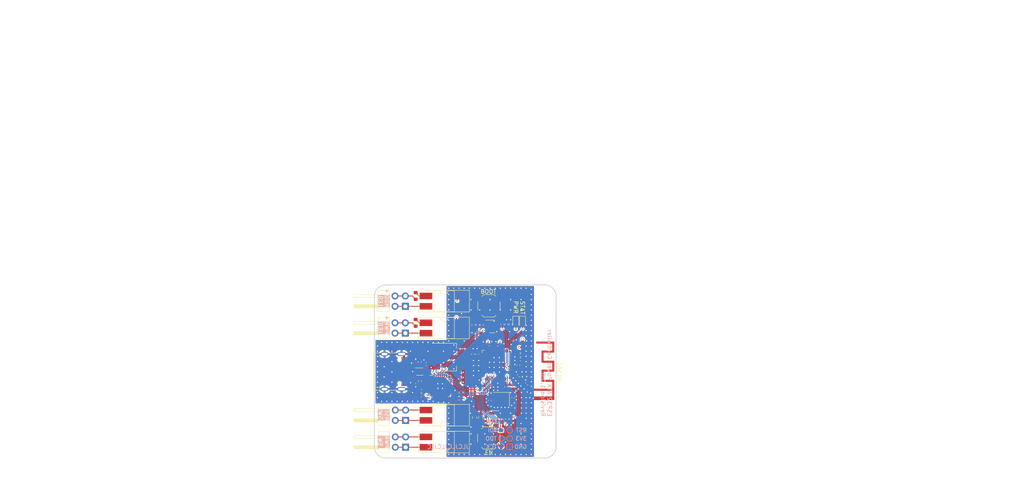
<source format=kicad_pcb>
(kicad_pcb (version 20221018) (generator pcbnew)
  (title_block (title "ESP32 ATX Power Controller") (date "2024-01-06") (rev "1.0.0") (company "William Vallet") (comment 1 "MIT License"))
  (layers (0 "F.Cu" signal) (1 "In1.Cu" power) (2 "In2.Cu" power) (31 "B.Cu" signal) (34 "B.Paste" user) (35 "F.Paste" user) (36 "B.SilkS" user "B.Silkscreen") (37 "F.SilkS" user "F.Silkscreen") (38 "B.Mask" user) (39 "F.Mask" user) (44 "Edge.Cuts" user))
  (net 0 "")
  (net 1 "PWR_SW")
  (net 2 "Net-(K101-K)")
  (net 3 "RST_SW")
  (net 4 "Net-(K102-K)")
  (net 5 "Net-(K103-A)")
  (net 6 "PWR_LED")
  (net 7 "+3V3")
  (net 8 "Net-(K104-A)")
  (net 9 "HDD_LED")
  (net 10 "GND")
  (net 11 "VBUS")
  (net 12 "EN")
  (net 13 "BOOT")
  (net 14 "Net-(Q101-B)")
  (net 15 "DTR")
  (net 16 "Net-(Q102-B)")
  (net 17 "RTS")
  (net 18 "/USB_IN_CC1")
  (net 19 "/USB_IN_CC2")
  (net 20 "Net-(U104-~{SUSPEND})")
  (net 21 "Net-(U104-~{RST})")
  (net 22 "Net-(D103-K)")
  (net 23 "RX")
  (net 24 "TX")
  (net 25 "/USB_IN_DN")
  (net 26 "/USB_IN_DP")
  (net 27 "USB_DP")
  (net 28 "USB_DN")
  (net 47 "Net-(J101-Pin_1)")
  (net 48 "Net-(J101-Pin_3)")
  (net 49 "Net-(J102-Pin_1)")
  (net 50 "Net-(J102-Pin_3)")
  (net 51 "Net-(J103-Pin_1)")
  (net 52 "Net-(J103-Pin_3)")
  (net 53 "Net-(J104-Pin_1)")
  (net 54 "Net-(J104-Pin_3)")
  (net 55 "Net-(D104-K)")
  (net 56 "STATUS")
  (net 57 "Net-(AE201-FEED)")
  (net 58 "Net-(C201-Pad2)")
  (net 59 "Net-(U201-VDD_SPI)")
  (net 60 "/ESP32/XTAL_P")
  (net 61 "/ESP32/XTAL_N")
  (net 62 "/ESP32/LNA_IN")
  (net 63 "Net-(U201-TXD0)")
  (net 64 "Net-(U201-MTCK{slash}IO39)")
  (net 65 "Net-(U201-MTD0{slash}IO40)")
  (net 66 "Net-(U201-MTDI{slash}IO41)")
  (net 67 "Net-(U201-MTMS{slash}IO42)")
  (footprint "Resistor_SMD:R_0603_1608Metric" (layer "F.Cu") (at 117.856 96.139 -90)
    (fp_text reference "R104" hide)
    (fp_text value "390" hide)
  )
  (footprint "Resistor_SMD:R_0402_1005Metric" (layer "F.Cu") (at 132.08 96.6445 -90)
    (fp_text reference "R105" hide)
    (fp_text value "4.7k" hide)
  )
  (footprint "Package_DFN_QFN:QFN-28-1EP_5x5mm_P0.5mm_EP3.35x3.35mm" (layer "F.Cu") (at 123.912 111.6965)
    (fp_text reference "U104" hide)
    (fp_text value "CP2102-GMR" hide)
  )
  (footprint "Capacitor_SMD:C_0402_1005Metric" (layer "F.Cu") (at 143.14 109.13 45)
    (fp_text reference "C216" hide)
    (fp_text value "1.8p" hide)
  )
  (footprint "Package_DFN_QFN:QFN-56-1EP_7x7mm_P0.4mm_EP4x4mm" (layer "F.Cu") (at 137.795 106.493 180)
    (fp_text reference "U201" hide)
    (fp_text value "ESP32-S2FH4" hide)
  )
  (footprint "Package_TO_SOT_SMD:SOT-223-3_TabPin2" (layer "F.Cu") (at 125.984 104.5845)
    (fp_text reference "U102" hide)
    (fp_text value "LD1117S33CTR" hide)
  )
  (footprint "Button_Switch_SMD:SW_Push_1P1T_XKB_TS-1187A" (layer "F.Cu") (at 135.89 91.948 180)
    (fp_text reference "SW102" hide)
    (fp_text value "TS-1187A-B-A-B" hide)
  )
  (footprint "Resistor_SMD:R_0402_1005Metric" (layer "F.Cu") (at 128.524 114.7445)
    (fp_text reference "R113" hide)
    (fp_text value "10k" hide)
  )
  (footprint "Button_Switch_SMD:SW_Push_1P1T_XKB_TS-1187A" (layer "F.Cu") (at 135.842 124.46)
    (fp_text reference "SW101" hide)
    (fp_text value "TS-1187A-B-A-B" hide)
  )
  (footprint "Capacitor_SMD:C_0402_1005Metric" (layer "F.Cu") (at 119.253 112.903 180)
    (fp_text reference "C108" hide)
    (fp_text value "100n" hide)
  )
  (footprint "Package_SON:Texas_DPY0002A_0.6x1mm_P0.65mm" (layer "F.Cu") (at 117.856 106.045 -90)
    (fp_text reference "D101" hide)
    (fp_text value "TPD1E05U06" hide)
  )
  (footprint "Inductor_SMD:L_0402_1005Metric" (layer "F.Cu") (at 144.145 106.553 90)
    (fp_text reference "L201" hide)
    (fp_text value "2n" hide)
  )
  (footprint "Resistor_SMD:R_0402_1005Metric" (layer "F.Cu") (at 134.239 112.649 180)
    (fp_text reference "R201" hide)
    (fp_text value "470" hide)
  )
  (footprint "Package_DIP:DIP-4_W8.89mm_SMDSocket_LongPads" (layer "F.Cu") (at 124.841 90.805)
    (fp_text reference "K104" hide)
    (fp_text value "G3VM-61D1" hide)
  )
  (footprint "Resistor_SMD:R_0603_1608Metric" (layer "F.Cu") (at 117.856 89.535 -90)
    (fp_text reference "R106" hide)
    (fp_text value "390" hide)
  )
  (footprint "Resistor_SMD:R_0603_1608Metric" (layer "F.Cu") (at 132.334 119.445 -90)
    (fp_text reference "R101" hide)
    (fp_text value "390" hide)
  )
  (footprint "Capacitor_SMD:C_0402_1005Metric" (layer "F.Cu") (at 143.637 103.124 180)
    (fp_text reference "C204" hide)
    (fp_text value "10u" hide)
  )
  (footprint "MountingHole:MountingHole_2.7mm_M2.5_ISO7380" (layer "F.Cu") (at 149.606 126.619)
    (fp_text reference "MH102" hide)
    (fp_text value "~" hide)
  )
  (footprint "Inductor_SMD:L_0402_1005Metric" (layer "F.Cu") (at 143.84 110.475 -45)
    (fp_text reference "L202" hide)
    (fp_text value "2.5n" hide)
  )
  (footprint "Resistor_SMD:R_0402_1005Metric" (layer "F.Cu") (at 134.112 96.647 90)
    (fp_text reference "R109" hide)
    (fp_text value "10k" hide)
  )
  (footprint "LED_SMD:LED_0603_1608Metric" (layer "F.Cu") (at 142.494 95.9865 -90)
    (fp_text reference "D103" hide)
    (fp_text value "Red" hide)
  )
  (footprint "MountingHole:MountingHole_2.7mm_M2.5_ISO7380" (layer "F.Cu") (at 149.62 89.535)
    (fp_text reference "MH101" hide)
    (fp_text value "~" hide)
  )
  (footprint "Connector_PinHeader_2.54mm:PinHeader_2x02_P2.54mm_Horizontal" (layer "F.Cu") (at 115.316 92.075 180)
    (fp_text reference "J104" hide)
    (fp_text value "Conn_02x02_Odd_Even" hide)
  )
  (footprint "Capacitor_SMD:C_0402_1005Metric" (layer "F.Cu") (at 136.1 115.25 90)
    (fp_text reference "C215" hide)
    (fp_text value "12p" hide)
  )
  (footprint "Package_DIP:DIP-4_W8.89mm_SMDSocket_LongPads" (layer "F.Cu") (at 124.841 125.476 180)
    (fp_text reference "K101" hide)
    (fp_text value "G3VM-61D1" hide)
  )
  (footprint "Resistor_SMD:R_0402_1005Metric" (layer "F.Cu") (at 118.872 110.49 90)
    (fp_text reference "R111" hide)
    (fp_text value "5.1k" hide)
  )
  (footprint "Connector_PinHeader_2.54mm:PinHeader_2x02_P2.54mm_Horizontal" (layer "F.Cu") (at 115.316 98.679 180)
    (fp_text reference "J103" hide)
    (fp_text value "Conn_02x02_Odd_Even" hide)
  )
  (footprint "Connector_USB:USB_C_Receptacle_G-Switch_GT-USB-7010ASV" (layer "F.Cu") (at 111.266 108.1405 -90)
    (fp_text reference "J105" hide)
    (fp_text value "GT-USB-7010ASV" hide)
  )
  (footprint "Capacitor_SMD:C_0402_1005Metric" (layer "F.Cu") (at 129.046 108.966 180)
    (fp_text reference "C104" hide)
    (fp_text value "10u" hide)
  )
  (footprint "Capacitor_SMD:C_0402_1005Metric" (layer "F.Cu") (at 141.9 114.526 -90)
    (fp_text reference "C214" hide)
    (fp_text value "12p" hide)
  )
  (footprint "Package_DIP:DIP-4_W8.89mm_SMDSocket_LongPads" (layer "F.Cu") (at 124.841 118.872 180)
    (fp_text reference "K102" hide)
    (fp_text value "G3VM-61D1" hide)
  )
  (footprint "LED_SMD:LED_0603_1608Metric" (layer "F.Cu") (at 144.145 95.9865 -90)
    (fp_text reference "D104" hide)
    (fp_text value "Green" hide)
  )
  (footprint "Package_SON:Texas_DPY0002A_0.6x1mm_P0.65mm" (layer "F.Cu") (at 117.856 110.236 90)
    (fp_text reference "D102" hide)
    (fp_text value "TPD1E05U06" hide)
  )
  (footprint "Capacitor_SMD:C_0402_1005Metric" (layer "F.Cu") (at 141.351 119.796 -90)
    (fp_text reference "C105" hide)
    (fp_text value "100n" hide)
  )
  (footprint "Capacitor_SMD:C_0402_1005Metric" (layer "F.Cu") (at 134.239 111.633)
    (fp_text reference "C206" hide)
    (fp_text value "100n" hide)
  )
  (footprint "Capacitor_SMD:C_0402_1005Metric" (layer "F.Cu") (at 140.081 111.887 90)
    (fp_text reference "C210" hide)
    (fp_text value "1u" hide)
  )
  (footprint "Package_TO_SOT_SMD:SOT-23" (layer "F.Cu") (at 137.7165 119.318)
    (fp_text reference "Q101" hide)
    (fp_text value "SS8050" hide)
  )
  (footprint "Capacitor_SMD:C_0402_1005Metric" (layer "F.Cu") (at 143.129 106.553 -90)
    (fp_text reference "C201" hide)
    (fp_text value "100p" hide)
  )
  (footprint "Resistor_SMD:R_0402_1005Metric" (layer "F.Cu") (at 141.224 96.52 -90)
    (fp_text reference "R114" hide)
    (fp_text value "100" hide)
  )
  (footprint "Resistor_SMD:R_0402_1005Metric" (layer "F.Cu") (at 118.872 105.791 -90)
    (fp_text reference "R110" hide)
    (fp_text value "5.1k" hide)
  )
  (footprint "Capacitor_SMD:C_0402_1005Metric" (layer "F.Cu") (at 143.637 105.156)
    (fp_text reference "C202" hide)
    (fp_text value "100n" hide)
  )
  (footprint "Capacitor_SMD:C_0603_1608Metric" (layer "F.Cu") (at 143.383 101.219 180)
    (fp_text reference "C205" hide)
    (fp_text value "22u" hide)
  )
  (footprint "Resistor_SMD:R_0402_1005Metric" (layer "F.Cu") (at 135.128 119.826 90)
    (fp_text reference "R108" hide)
    (fp_text value "10k" hide)
  )
  (footprint "Connector_PinHeader_2.54mm:PinHeader_2x02_P2.54mm_Horizontal" (layer "F.Cu") (at 115.378 126.751 180)
    (fp_text reference "J101" hide)
    (fp_text value "Conn_02x02_Odd_Even" hide)
  )
  (footprint "Capacitor_SMD:C_0402_1005Metric" (layer "F.Cu") (at 143.637 104.14)
    (fp_text reference "C203" hide)
    (fp_text value "1u" hide)
  )
  (footprint "RF_Antenna:Texas_SWRA117D_2.4GHz_Left" (layer "F.Cu") (at 146.812 112.605 -90)
    (fp_text reference "AE201")
    (fp_text value "Antenna_Chip")
  )
  (footprint "Capacitor_SMD:C_0402_1005Metric" (layer "F.Cu") (at 120.396 106.299 180)
    (fp_text reference "C103" hide)
    (fp_text value "100n" hide)
  )
  (footprint "Capacitor_SMD:C_0402_1005Metric" (layer "F.Cu") (at 145.17 111.17 45)
    (fp_text reference "C217" hide)
    (fp_text value "1.8p" hide)
  )
  (footprint "Capacitor_SMD:C_0402_1005Metric" (layer "F.Cu") (at 133 103.858 90)
    (fp_text reference "C212" hide)
    (fp_text value "100n" hide)
  )
  (footprint "Resistor_SMD:R_0402_1005Metric" (layer "F.Cu") (at 140.335 119.826 -90)
    (fp_text reference "R103" hide)
    (fp_text value "10k" hide)
  )
  (footprint "Crystal:Crystal_SMD_3225-4Pin_3.2x2.5mm" (layer "F.Cu") (at 138.938 114.9 180)
    (fp_text reference "Y201" hide)
    (fp_text value "40MHz" hide)
  )
  (footprint "Capacitor_SMD:C_0402_1005Metric" (layer "F.Cu") (at 119.253 113.919 180)
    (fp_text reference "C107" hide)
    (fp_text value "4.7u" hide)
  )
  (footprint "Package_TO_SOT_SMD:SOT-666" (layer "F.Cu") (at 118.872 108.1405)
    (fp_text reference "U103" hide)
    (fp_text value "USBLC6-2P6" hide)
  )
  (footprint "Capacitor_SMD:C_0402_1005Metric" (layer "F.Cu") (at 138.049 101.473)
    (fp_text reference "C207" hide)
    (fp_text value "100n" hide)
  )
  (footprint "Resistor_SMD:R_0402_1005Metric" (layer "F.Cu") (at 140.208 96.52 -90)
    (fp_text reference "R115" hide)
    (fp_text value "10" hide)
  )
  (footprint "Resistor_SMD:R_0402_1005Metric" (layer "F.Cu") (at 133.096 96.647 -90)
    (fp_text reference "R107" hide)
    (fp_text value "4.7k" hide)
  )
  (footprint "Connector_PinHeader_2.54mm:PinHeader_2x02_P2.54mm_Horizontal" (layer "F.Cu") (at 115.378 120.147 180)
    (fp_text reference "J102" hide)
    (fp_text value "Conn_02x02_Odd_Even" hide)
  )
  (footprint "Package_TO_SOT_SMD:SOT-23" (layer "F.Cu") (at 136.7005 97.028)
    (fp_text reference "Q102" hide)
    (fp_text value "SS8050" hide)
  )
  (footprint "Capacitor_SMD:C_0402_1005Metric" (layer "F.Cu") (at 136.017 101.473 180)
    (fp_text reference "C208" hide)
    (fp_text value "100n" hide)
  )
  (footprint "Capacitor_SMD:C_0402_1005Metric" (layer "F.Cu") (at 131.953 103.858 -90)
    (fp_text reference "C213" hide)
    (fp_text value "1u" hide)
  )
  (footprint "Capacitor_SMD:C_0402_1005Metric" (layer "F.Cu") (at 141.097 111.887 90)
    (fp_text reference "C211" hide)
    (fp_text value "100p" hide)
  )
  (footprint "Capacitor_SMD:C_0402_1005Metric" (layer "F.Cu") (at 142.113 111.887 90)
    (fp_text reference "C209" hide)
    (fp_text value "100n" hide)
  )
  (footprint "Resistor_SMD:R_0603_1608Metric" (layer "F.Cu") (at 133.858 119.445 -90)
    (fp_text reference "R102" hide)
    (fp_text value "390" hide)
  )
  (footprint "Resistor_SMD:R_0402_1005Metric" (layer "F.Cu") (at 128.524 113.792)
    (fp_text reference "R112" hide)
    (fp_text value "10k" hide)
  )
  (footprint "Capacitor_SMD:C_0402_1005Metric" (layer "F.Cu") (at 139.192 96.52 90)
    (fp_text reference "C106" hide)
    (fp_text value "100n" hide)
  )
  (footprint "Package_DIP:DIP-4_W8.89mm_SMDSocket_LongPads" (layer "F.Cu") (at 124.841 97.409)
    (fp_text reference "K103" hide)
    (fp_text value "G3VM-61D1" hide)
  )
  (footprint "TestPoint:TestPoint_Pad_D1.0mm" (layer "B.Cu") (at 140.97 122.555 180)
    (fp_text reference "TP203" hide)
    (fp_text value "RST" hide)
  )
  (footprint "TestPoint:TestPoint_Pad_D1.0mm" (layer "B.Cu") (at 138.938 124.587 180)
    (fp_text reference "TP205" hide)
    (fp_text value "TDO" hide)
  )
  (footprint "TestPoint:TestPoint_Pad_D1.0mm" (layer "B.Cu") (at 140.97 124.587 180)
    (fp_text reference "TP202" hide)
    (fp_text value "3V3" hide)
  )
  (footprint "TestPoint:TestPoint_Pad_D1.0mm" (layer "B.Cu") (at 138.938 122.555 180)
    (fp_text reference "TP206" hide)
    (fp_text value "TDI" hide)
  )
  (footprint "TestPoint:TestPoint_Pad_D1.0mm" (layer "B.Cu") (at 138.938 120.523 180)
    (fp_text reference "TP207" hide)
    (fp_text value "TMS" hide)
  )
  (footprint "TestPoint:TestPoint_Pad_D1.0mm" (layer "B.Cu") (at 138.938 126.619 180)
    (fp_text reference "TP204" hide)
    (fp_text value "TCK" hide)
  )
  (footprint "TestPoint:TestPoint_Pad_1.0x1.0mm" (layer "B.Cu") (at 140.97 126.619 180)
    (fp_text reference "TP201" hide)
    (fp_text value "GND" hide)
  )
  (gr_arc (start 149.62 86.811656) (mid 151.595656 87.63) (end 152.414 89.605656) (stroke (width 0.2)) (layer "Edge.Cuts"))
  (gr_arc (start 152.4 126.619) (mid 151.581656 128.594656) (end 149.606 129.413) (stroke (width 0.2)) (layer "Edge.Cuts"))
  (gr_line (start 110.49 86.811656) (end 149.62 86.811656) (stroke (width 0.2)) (layer "Edge.Cuts"))
  (gr_arc (start 110.49 129.413) (mid 108.514344 128.594656) (end 107.696 126.619) (stroke (width 0.2)) (layer "Edge.Cuts"))
  (gr_line (start 152.414 89.605656) (end 152.4 126.619) (stroke (width 0.2)) (layer "Edge.Cuts"))
  (gr_line (start 149.606 129.413) (end 110.49 129.413) (stroke (width 0.2)) (layer "Edge.Cuts"))
  (gr_line (start 107.696 126.619) (end 107.696 89.605656) (stroke (width 0.2)) (layer "Edge.Cuts"))
  (gr_arc (start 107.696 89.605656) (mid 108.514344 87.63) (end 110.49 86.811656) (stroke (width 0.2)) (layer "Edge.Cuts"))
  (gr_text "TMS" (at 137.936 121.13123) (layer "B.SilkS") (effects (font (size 1 1) (thickness 0.154)) (justify left bottom mirror)))
  (gr_text "HDD\nLED" (at 109.982 90.805 270) (layer "B.SilkS" knockout) (effects (font (size 1 1) (thickness 0.154)) (justify mirror)))
  (gr_text "+" (at 110.236 95.631 270) (layer "B.SilkS") (effects (font (size 1 1) (thickness 0.154)) (justify left bottom mirror)))
  (gr_text "TCK" (at 137.936 127.22723) (layer "B.SilkS") (effects (font (size 1 1) (thickness 0.154)) (justify left bottom mirror)))
  (gr_text "3V3" (at 145.302 125.19523) (layer "B.SilkS") (effects (font (size 1 1) (thickness 0.154)) (justify left bottom mirror)))
  (gr_text "ESP32 ATX Power Controller\nRevision 1.0.0" (at 148.604 119.3165 270) (layer "B.SilkS") (effects (font (size 1 1) (thickness 0.154)) (justify left bottom mirror)))
  (gr_text "TDO" (at 137.936 125.19523) (layer "B.SilkS") (effects (font (size 1 1) (thickness 0.154)) (justify left bottom mirror)))
  (gr_text "RST" (at 145.302 123.16323) (layer "B.SilkS") (effects (font (size 1 1) (thickness 0.154)) (justify left bottom mirror)))
  (gr_text "RST\nSW" (at 109.982 118.872 270) (layer "B.SilkS" knockout) (effects (font (size 1 1) (thickness 0.154)) (justify mirror)))
  (gr_text "PWR\nSW" (at 109.982 125.476 270) (layer "B.SilkS" knockout) (effects (font (size 1 1) (thickness 0.154)) (justify mirror)))
  (gr_text "GND" (at 145.302 127.22723) (layer "B.SilkS") (effects (font (size 1 1) (thickness 0.154)) (justify left bottom mirror)))
  (gr_text "TDI" (at 137.936 123.16323) (layer "B.SilkS") (effects (font (size 1 1) (thickness 0.154)) (justify left bottom mirror)))
  (gr_text "PWR\nLED" (at 109.982 97.409 270) (layer "B.SilkS" knockout) (effects (font (size 1 1) (thickness 0.154)) (justify mirror)))
  (gr_text "+" (at 110.236 89.027 270) (layer "B.SilkS") (effects (font (size 1 1) (thickness 0.154)) (justify left bottom mirror)))
  (gr_text "JLCJLCJLCJLC" (at 131.064 126.619) (layer "B.SilkS") (effects (font (size 1 1) (thickness 0.154)) (justify left mirror)))
  (gr_text "PWR" (at 142.494 93.98 -90) (layer "F.SilkS") (effects (font (size 1 1) (thickness 0.154)) (justify right)))
  (gr_text "STAT" (at 144.145 94.2 270) (layer "F.SilkS") (effects (font (size 1 1) (thickness 0.154)) (justify right)))
  (gr_text "EN" (at 135.89 128.651) (layer "F.SilkS") (effects (font (size 1 1) (thickness 0.154)) (justify bottom)))
  (gr_text "BOOT" (at 135.763 89.027) (layer "F.SilkS") (effects (font (size 1 1) (thickness 0.154)) (justify bottom)))
  (segment (start 127.381 125.603) (end 128.524 126.746) (width 0.2) (layer "F.Cu") (net 1))
  (segment (start 131.372 110.735552) (end 131.372 113.992) (width 0.2) (layer "F.Cu") (net 1))
  (segment (start 127.054 116.532) (end 127.054 119.134448) (width 0.2) (layer "F.Cu") (net 1))
  (segment (start 127.054 119.134448) (end 127.381 119.461448) (width 0.2) (layer "F.Cu") (net 1))
  (segment (start 133.414552 108.693) (end 131.372 110.735552) (width 0.2) (layer "F.Cu") (net 1))
  (segment (start 129.232 116.132) (end 127.454 116.132) (width 0.2) (layer "F.Cu") (net 1))
  (segment (start 134.345 108.693) (end 133.414552 108.693) (width 0.2) (layer "F.Cu") (net 1))
  (segment (start 127.381 119.461448) (end 127.381 125.603) (width 0.2) (layer "F.Cu") (net 1))
  (segment (start 128.524 126.746) (end 129.286 126.746) (width 0.2) (layer "F.Cu") (net 1))
  (segment (start 127.454 116.132) (end 127.054 116.532) (width 0.2) (layer "F.Cu") (net 1))
  (segment (start 131.372 113.992) (end 129.232 116.132) (width 0.2) (layer "F.Cu") (net 1))
  (segment (start 131.435 121.169) (end 132.334 120.27) (width 0.2) (layer "F.Cu") (net 2))
  (segment (start 129.286 121.793) (end 129.91 121.169) (width 0.2) (layer "F.Cu") (net 2))
  (segment (start 129.286 124.206) (end 129.286 121.793) (width 0.2) (layer "F.Cu") (net 2))
  (segment (start 129.91 121.169) (end 131.435 121.169) (width 0.2) (layer "F.Cu") (net 2))
  (segment (start 133.477 109.093) (end 131.699 110.871) (width 0.2) (layer "F.Cu") (net 3))
  (segment (start 127.381 116.667448) (end 127.381 118.999) (width 0.2) (layer "F.Cu") (net 3))
  (segment (start 129.367448 116.459) (end 127.589448 116.459) (width 0.2) (layer "F.Cu") (net 3))
  (segment (start 128.524 120.142) (end 129.286 120.142) (width 0.2) (layer "F.Cu") (net 3))
  (segment (start 127.381 118.999) (end 128.524 120.142) (width 0.2) (layer "F.Cu") (net 3))
  (segment (start 134.345 109.093) (end 133.477 109.093) (width 0.2) (layer "F.Cu") (net 3))
  (segment (start 127.589448 116.459) (end 127.381 116.667448) (width 0.2) (layer "F.Cu") (net 3))
  (segment (start 131.699 114.127448) (end 129.367448 116.459) (width 0.2) (layer "F.Cu") (net 3))
  (segment (start 131.699 110.871) (end 131.699 114.127448) (width 0.2) (layer "F.Cu") (net 3))
  (segment (start 131.053 119.115) (end 131.572 119.634) (width 0.2) (layer "F.Cu") (net 4))
  (segment (start 133.222 119.634) (end 133.858 120.27) (width 0.2) (layer "F.Cu") (net 4))
  (segment (start 129.921 118.618) (end 130.418 119.115) (width 0.2) (layer "F.Cu") (net 4))
  (segment (start 129.3 117.616) (end 129.921 118.237) (width 0.2) (layer "F.Cu") (net 4))
  (segment (start 129.921 118.237) (end 129.921 118.618) (width 0.2) (layer "F.Cu") (net 4))
  (segment (start 131.572 119.634) (end 133.222 119.634) (width 0.2) (layer "F.Cu") (net 4))
  (segment (start 130.418 119.115) (end 131.053 119.115) (width 0.2) (layer "F.Cu") (net 4))
  (segment (start 117.856 95.314) (end 118.681 96.139) (width 0.2) (layer "F.Cu") (net 5))
  (segment (start 118.681 96.139) (end 120.396 96.139) (width 0.2) (layer "F.Cu") (net 5))
  (segment (start 135.759737 103.67) (end 135.995 103.434737) (width 0.2) (layer "F.Cu") (net 6))
  (segment (start 130.048 98.679) (end 129.286 98.679) (width 0.2) (layer "F.Cu") (net 6))
  (segment (start 132.08 97.1545) (end 132.0795 97.155) (width 0.2) (layer "F.Cu") (net 6))
  (segment (start 132.769 97.8435) (end 132.769 101.079448) (width 0.2) (layer "F.Cu") (net 6))
  (segment (start 132.0795 97.155) (end 131.572 97.155) (width 0.2) (layer "F.Cu") (net 6))
  (segment (start 131.572 97.155) (end 130.048 98.679) (width 0.2) (layer "F.Cu") (net 6))
  (segment (start 132.769 101.079448) (end 134.868 103.178448) (width 0.2) (layer "F.Cu") (net 6))
  (segment (start 132.08 97.1545) (end 132.769 97.8435) (width 0.2) (layer "F.Cu") (net 6))
  (segment (start 135.995 103.434737) (end 135.995 103.043) (width 0.2) (layer "F.Cu") (net 6))
  (segment (start 135.030263 103.67) (end 135.759737 103.67) (width 0.2) (layer "F.Cu") (net 6))
  (segment (start 134.868 103.507737) (end 135.030263 103.67) (width 0.2) (layer "F.Cu") (net 6))
  (segment (start 134.868 103.178448) (end 134.868 103.507737) (width 0.2) (layer "F.Cu") (net 6))
  (segment (start 120.5625 113.1965) (end 120.22925 112.86325) (width 0.254) (layer "F.Cu") (net 7))
  (segment (start 129.807 105.2575) (end 129.134 104.5845) (width 0.3) (layer "F.Cu") (net 7))
  (segment (start 119.733 113.919) (end 119.733 114.0815) (width 0.254) (layer "F.Cu") (net 7))
  (segment (start 129.794 114.808) (end 129.7305 114.7445) (width 0.254) (layer "F.Cu") (net 7))
  (segment (start 141.1325 111.4425) (end 141.143 111.4425) (width 0.3) (layer "F.Cu") (net 7))
  (segment (start 140.081 111.407) (end 140.081 110.871) (width 0.25) (layer "F.Cu") (net 7))
  (segment (start 138.590454 109.093) (end 139.402546 109.093) (width 0.25) (layer "F.Cu") (net 7))
  (segment (start 139.402546 109.093) (end 139.595 109.285454) (width 0.25) (layer "F.Cu") (net 7))
  (segment (start 142.494 97.663) (end 142.494 96.774) (width 0.254) (layer "F.Cu") (net 7))
  (segment (start 134.719 111.633) (end 134.732092 111.633) (width 0.25) (layer "F.Cu") (net 7))
  (segment (start 122.834 104.5845) (end 129.134 104.5845) (width 0.635) (layer "F.Cu") (net 7))
  (segment (start 134.732092 111.633) (end 135.995 110.370092) (width 0.25) (layer "F.Cu") (net 7))
  (segment (start 135.654 100.7745) (end 135.654 101.356) (width 0.25) (layer "F.Cu") (net 7))
  (segment (start 128.8415 89.535) (end 129.286 89.535) (width 0.254) (layer "F.Cu") (net 7))
  (segment (start 129.7305 114.7445) (end 129.034 114.7445) (width 0.254) (layer "F.Cu") (net 7))
  (segment (start 143.99 102.1715) (end 144.117 102.0445) (width 0.4) (layer "F.Cu") (net 7))
  (segment (start 144.117 106.04) (end 144.117 103.0605) (width 0.51) (layer "F.Cu") (net 7))
  (segment (start 144.145 100.203) (end 144.145 101.2545) (width 0.635) (layer "F.Cu") (net 7))
  (segment (start 128.0795 90.7415) (end 128.0795 90.297) (width 0.254) (layer "F.Cu") (net 7))
  (segment (start 139.595 110.385) (end 139.595 109.943) (width 0.25) (layer "F.Cu") (net 7))
  (segment (start 135.654 101.356) (end 135.537 101.473) (width 0.25) (layer "F.Cu") (net 7))
  (segment (start 141.143 109.195) (end 141.143 110.028) (width 0.25) (layer "F.Cu") (net 7))
  (segment (start 129.54 105.5245) (end 129.807 105.2575) (width 0.635) (layer "F.Cu") (net 7))
  (segment (start 127.889 95.377) (end 128.651 96.139) (width 0.254) (layer "F.Cu") (net 7))
  (segment (start 138.575 101.427) (end 138.575 100.7745) (width 0.25) (layer "F.Cu") (net 7))
  (segment (start 134.719 111.1005) (end 134.719 111.633) (width 0.25) (layer "F.Cu") (net 7))
  (segment (start 142.113 110.998) (end 142.113 111.407) (width 0.25) (layer "F.Cu") (net 7))
  (segment (start 142.113 111.407) (end 142.0775 111.4425) (width 0.25) (layer "F.Cu") (net 7))
  (segment (start 140.462 120.715) (end 140.081 121.096) (width 0.25) (layer "F.Cu") (net 7))
  (segment (start 120.262 114.6105) (end 121.172 114.6105) (width 0.254) (layer "F.Cu") (net 7))
  (segment (start 135.537 101.473) (end 135.595 101.531) (width 0.25) (layer "F.Cu") (net 7))
  (segment (start 141.016 111.326) (end 141.1325 111.4425) (width 0.3) (layer "F.Cu") (net 7))
  (segment (start 119.733 114.0815) (end 120.262 114.6105) (width 0.254) (layer "F.Cu") (net 7))
  (segment (start 119.733 112.903) (end 119.733 113.919) (width 0.254) (layer "F.Cu") (net 7))
  (segment (start 140.1165 111.4425) (end 140.081 111.407) (width 0.25) (layer "F.Cu") (net 7))
  (segment (start 138.395 109.288454) (end 138.590454 109.093) (width 0.25) (layer "F.Cu") (net 7))
  (segment (start 127.889 94.742) (end 127.889 95.377) (width 0.254) (layer "F.Cu") (net 7))
  (segment (start 140.462 120.336) (end 140.462 120.715) (width 0.25) (layer "F.Cu") (net 7))
  (segment (start 141.143 111.4425) (end 140.1165 111.4425) (width 0.25) (layer "F.Cu") (net 7))
  (segment (start 144.117 102.0445) (end 144.117 101.2825) (width 0.4) (layer "F.Cu") (net 7))
  (segment (start 143.342 102.1715) (end 143.99 102.1715) (width 0.4) (layer "F.Cu") (net 7))
  (segment (start 121.412 113.1965) (end 120.5625 113.1965) (width 0.254) (layer "F.Cu") (net 7))
  (segment (start 144.117 103.0605) (end 144.117 101.2825) (width 0.635) (layer "F.Cu") (net 7))
  (segment (start 141.143 110.028) (end 142.113 110.998) (width 0.25) (layer "F.Cu") (net 7))
  (segment (start 141.016 110.5815) (end 141.016 111.326) (width 0.3) (layer "F.Cu") (net 7))
  (segment (start 134.42775 110.80925) (end 134.719 111.1005) (width 0.25) (layer "F.Cu") (net 7))
  (segment (start 129.54 110.744) (end 129.54 105.5245) (width 0.635) (layer "F.Cu") (net 7))
  (segment (start 139.595 109.285454) (end 139.595 109.943) (width 0.25) (layer "F.Cu") (net 7))
  (segment (start 138.395 101.607) (end 138.575 101.427) (width 0.25) (layer "F.Cu") (net 7))
  (segment (start 138.395 103.043) (end 138.395 101.607) (width 0.25) (layer "F.Cu") (net 7))
  (segment (start 144.145 101.2545) (end 144.117 101.2825) (width 0.635) (layer "F.Cu") (net 7))
  (segment (start 120.1895 112.903) (end 119.733 112.903) (width 0.254) (layer "F.Cu") (net 7))
  (segment (start 140.081 110.871) (end 139.595 110.385) (width 0.25) (layer "F.Cu") (net 7))
  (segment (start 138.395 109.943) (end 138.395 109.288454) (width 0.25) (layer "F.Cu") (net 7))
  (segment (start 121.412 112.6965) (end 120.396 112.6965) (width 0.254) (layer "F.Cu") (net 7))
  (segment (start 128.651 96.139) (end 129.286 96.139) (width 0.254) (layer "F.Cu") (net 7))
  (segment (start 142.0775 111.4425) (end 141.143 111.4425) (width 0.25) (layer "F.Cu") (net 7))
  (segment (start 120.396 112.6965) (end 120.1895 112.903) (width 0.254) (layer "F.Cu") (net 7))
  (segment (start 135.995 110.370092) (end 135.995 109.943) (width 0.25) (layer "F.Cu") (net 7))
  (segment (start 135.595 101.531) (end 135.595 103.043) (width 0.25) (layer "F.Cu") (net 7))
  (segment (start 144.145 106.068) (end 144.117 106.04) (width 0.51) (layer "F.Cu") (net 7))
  (segment (start 128.0795 90.297) (end 128.8415 89.535) (width 0.254) (layer "F.Cu") (net 7))
  (via (at 121.172 114.6105) (size 0.5) (drill 0.3) (layers "F.Cu" "B.Cu") (net 7))
  (via (at 135.654 100.7745) (size 0.45) (drill 0.3) (layers "F.Cu" "B.Cu") (net 7))
  (via (at 127.889 94.742) (size 0.55) (drill 0.4) (layers "F.Cu" "B.Cu") (net 7))
  (via (at 129.54 109.587) (size 0.5) (drill 0.3) (layers "F.Cu" "B.Cu") (net 7))
  (via (at 138.575 100.7745) (size 0.45) (drill 0.3) (layers "F.Cu" "B.Cu") (net 7))
  (via (at 134.42775 110.80925) (size 0.45) (drill 0.3) (layers "F.Cu" "B.Cu") (net 7))
  (via (at 129.54 110.744) (size 0.5) (drill 0.3) (layers "F.Cu" "B.Cu") (net 7))
  (via (at 129.54 108.331) (size 0.5) (drill 0.3) (layers "F.Cu" "B.Cu") (net 7))
  (via (at 141.016 110.5815) (size 0.5) (drill 0.3) (layers "F.Cu" "B.Cu") (net 7))
  (via (at 140.081 121.096) (size 0.45) (drill 0.3) (layers "F.Cu" "B.Cu") (net 7))
  (via (at 128.0795 90.7415) (size 0.45) (drill 0.3) (layers "F.Cu" "B.Cu") (net 7))
  (via (at 144.145 100.203) (size 0.8) (drill 0.65) (layers "F.Cu" "B.Cu") (net 7))
  (via (at 143.342 102.1715) (size 0.6) (drill 0.4) (layers "F.Cu" "B.Cu") (net 7))
  (via (at 142.494 97.663) (size 0.45) (drill 0.3) (layers "F.Cu" "B.Cu") (net 7))
  (via (at 129.794 114.808) (size 0.45) (drill 0.3) (layers "F.Cu" "B.Cu") (net 7))
  (segment (start 139.954 121.223) (end 139.954 123.571) (width 0.2) (layer "B.Cu") (net 7))
  (segment (start 139.954 123.571) (end 140.9715 124.5885) (width 0.2) (layer "B.Cu") (net 7))
  (segment (start 140.9715 124.5885) (end 140.984 124.5885) (width 0.2) (layer "B.Cu") (net 7))
  (segment (start 140.081 121.096) (end 139.954 121.223) (width 0.2) (layer "B.Cu") (net 7))
  (segment (start 117.856 88.71) (end 118.681 89.535) (width 0.2) (layer "F.Cu") (net 8))
  (segment (start 118.681 89.535) (end 120.396 89.535) (width 0.2) (layer "F.Cu") (net 8))
  (segment (start 130.302 92.202) (end 130.175 92.075) (width 0.2) (layer "F.Cu") (net 9))
  (segment (start 130.175 92.075) (end 129.272 92.075) (width 0.2) (layer "F.Cu") (net 9))
  (segment (start 131.064 94.488) (end 130.302 93.726) (width 0.2) (layer "F.Cu") (net 9))
  (segment (start 131.064 96.012) (end 131.064 94.488) (width 0.2) (layer "F.Cu") (net 9))
  (segment (start 133.096 100.944) (end 135.195 103.043) (width 0.2) (layer "F.Cu") (net 9))
  (segment (start 133.096 97.157) (end 132.586 96.647) (width 0.2) (layer "F.Cu") (net 9))
  (segment (start 133.096 97.157) (end 133.096 100.944) (width 0.2) (layer "F.Cu") (net 9))
  (segment (start 132.586 96.647) (end 131.699 96.647) (width 0.2) (layer "F.Cu") (net 9))
  (segment (start 130.302 93.726) (end 130.302 92.202) (width 0.2) (layer "F.Cu") (net 9))
  (segment (start 131.699 96.647) (end 131.064 96.012) (width 0.2) (layer "F.Cu") (net 9))
  (segment (start 115.135 111.2515) (end 115.099 111.2155) (width 0.25) (layer "F.Cu") (net 10))
  (segment (start 117.947 108.1405) (end 117.108 108.1405) (width 0.25) (layer "F.Cu") (net 10))
  (segment (start 121.412 111.1965) (end 123.412 111.1965) (width 0.25) (layer "F.Cu") (net 10))
  (via (at 141.224 113.284) (size 0.45) (drill 0.3) (layers "F.Cu" "B.Cu") (net 10))
  (via (at 145.034 118.364) (size 0.45) (drill 0.3) (layers "F.Cu" "B.Cu") (net 10))
  (via (at 125.984 92.964) (size 0.45) (drill 0.3) (layers "F.Cu" "B.Cu") (net 10))
  (via (at 137.414 87.63) (size 0.45) (drill 0.3) (layers "F.Cu" "B.Cu") (net 10))
  (via (at 125.984 90.424) (size 0.45) (drill 0.3) (layers "F.Cu" "B.Cu") (net 10))
  (via (at 134.874 123.444) (size 0.45) (drill 0.3) (layers "F.Cu" "B.Cu") (net 10))
  (via (at 124.714 105.918) (size 0.45) (drill 0.3) (layers "F.Cu" "B.Cu") (net 10))
  (via (at 139.35 105.8545) (size 0.45) (drill 0.3) (layers "F.Cu" "B.Cu") (net 10))
  (via (at 146.304 119.634) (size 0.45) (drill 0.3) (layers "F.Cu" "B.Cu") (net 10))
  (via (at 143.764 125.984) (size 0.45) (drill 0.3) (layers "F.Cu" "B.Cu") (net 10))
  (via (at 140.716 116.967) (size 0.45) (drill 0.3) (layers "F.Cu" "B.Cu") (net 10))
  (via (at 131.445 92.964) (size 0.45) (drill 0.3) (layers "F.Cu" "B.Cu") (net 10))
  (via (at 142.24 104.521) (size 0.45) (drill 0.3) (layers "F.Cu" "B.Cu") (net 10))
  (via (at 142.621 115.062) (size 0.45) (drill 0.3) (layers "F.Cu" "B.Cu") (net 10))
  (via (at 125.984 117.094) (size 0.45) (drill 0.3) (layers "F.Cu" "B.Cu") (net 10))
  (via (at 108.458 113.284) (size 0.45) (drill 0.3) (layers "F.Cu" "B.Cu") (net 10))
  (via (at 142.621 100.33) (size 0.45) (drill 0.3) (layers "F.Cu" "B.Cu") (net 10))
  (via (at 112.014 100.965) (size 0.45) (drill 0.3) (layers "F.Cu" "B.Cu") (net 10))
  (via (at 144.096363 109.395637) (size 0.45) (drill 0.3) (layers "F.Cu" "B.Cu") (net 10))
  (via (at 141.224 128.524) (size 0.45) (drill 0.3) (layers "F.Cu" "B.Cu") (net 10))
  (via (at 142.24 105.41) (size 0.45) (drill 0.3) (layers "F.Cu" "B.Cu") (net 10))
  (via (at 142.494 128.524) (size 0.45) (drill 0.3) (layers "F.Cu" "B.Cu") (net 10))
  (via (at 132.334 87.63) (size 0.45) (drill 0.3) (layers "F.Cu" "B.Cu") (net 10))
  (via (at 146.304 111.76) (size 0.45) (drill 0.3) (layers "F.Cu" "B.Cu") (net 10))
  (via (at 137.145 108.28) (size 0.45) (drill 0.3) (layers "F.Cu" "B.Cu") (net 10))
  (via (at 125.984 94.234) (size 0.45) (drill 0.3) (layers "F.Cu" "B.Cu") (net 10))
  (via (at 129.159 93.853) (size 0.45) (drill 0.3) (layers "F.Cu" "B.Cu") (net 10))
  (via (at 138.476 108.28) (size 0.45) (drill 0.3) (layers "F.Cu" "B.Cu") (net 10))
  (via (at 117.094 113.284) (size 0.45) (drill 0.3) (layers "F.Cu" "B.Cu") (net 10))
  (via (at 133.604 87.63) (size 0.45) (drill 0.3) (layers "F.Cu" "B.Cu") (net 10))
  (via (at 133.35 106.68) (size 0.45) (drill 0.3) (layers "F.Cu" "B.Cu") (net 10))
  (via (at 138.476 107.1245) (size 0.45) (drill 0.3) (layers "F.Cu" "B.Cu") (net 10))
  (via (at 135.636 116.459) (size 0.45) (drill 0.3) (layers "F.Cu" "B.Cu") (net 10))
  (via (at 127.254 103.124) (size 0.45) (drill 0.3) (layers "F.Cu" "B.Cu") (net 10))
  (via (at 110.109 109.474) (size 0.45) (drill 0.3) (layers "F.Cu" "B.Cu") (net 10))
  (via (at 146.304 89.154) (size 0.45) (drill 0.3) (layers "F.Cu" "B.Cu") (net 10))
  (via (at 146.304 123.444) (size 0.45) (drill 0.3) (layers "F.Cu" "B.Cu") (net 10))
  (via (at 108.458 106.934) (size 0.45) (drill 0.3) (layers "F.Cu" "B.Cu") (net 10))
  (via (at 145.034 115.824) (size 0.45) (drill 0.3) (layers "F.Cu" "B.Cu") (net 10))
  (via (at 146.304 127.254) (size 0.45) (drill 0.3) (layers "F.Cu" "B.Cu") (net 10))
  (via (at 141.351 121.285) (size 0.45) (drill 0.3) (layers "F.Cu" "B.Cu") (net 10))
  (via (at 133.604 128.524) (size 0.45) (drill 0.3) (layers "F.Cu" "B.Cu") (net 10))
  (via (at 145.034 119.634) (size 0.45) (drill 0.3) (layers "F.Cu" "B.Cu") (net 10))
  (via (at 131.318 118.364) (size 0.45) (drill 0.3) (layers "F.Cu" "B.Cu") (net 10))
  (via (at 125.984 124.841) (size 0.45) (drill 0.3) (layers "F.Cu" "B.Cu") (net 10))
  (via (at 109.474 115.443) (size 0.45) (drill 0.3) (layers "F.Cu" "B.Cu") (net 10))
  (via (at 145.034 108.204) (size 0.45) (drill 0.3) (layers "F.Cu" "B.Cu") (net 10))
  (via (at 125.984 115.824) (size 0.45) (drill 0.3) (layers "F.Cu" "B.Cu") (net 10))
  (via (at 117.094 100.965) (size 0.45) (drill 0.3) (layers "F.Cu" "B.Cu") (net 10))
  (via (at 123.317 112.268) (size 0.45) (drill 0.3) (layers "F.Cu" "B.Cu") (net 10))
  (via (at 145.161 109.347) (size 0.45) (drill 0.3) (layers "F.Cu" "B.Cu") (net 10))
  (via (at 146.304 115.824) (size 0.45) (drill 0.3) (layers "F.Cu" "B.Cu") (net 10))
  (via (at 146.304 100.584) (size 0.45) (drill 0.3) (layers "F.Cu" "B.Cu") (net 10))
  (via (at 146.304 94.234) (size 0.45) (drill 0.3) (layers "F.Cu" "B.Cu") (net 10))
  (via (at 108.458 109.474) (size 0.45) (drill 0.3) (layers "F.Cu" "B.Cu") (net 10))
  (via (at 110.744 115.443) (size 0.45) (drill 0.3) (layers "F.Cu" "B.Cu") (net 10))
  (via (at 140.716 100.203) (size 0.45) (drill 0.3) (layers "F.Cu" "B.Cu") (net 10))
  (via (at 125.984 89.154) (size 0.45) (drill 0.3) (layers "F.Cu" "B.Cu") (net 10))
  (via (at 133.35 105.41) (size 0.45) (drill 0.3) (layers "F.Cu" "B.Cu") (net 10))
  (via (at 139.35 107.1245) (size 0.45) (drill 0.3) (layers "F.Cu" "B.Cu") (net 10))
  (via (at 132.969 102.489) (size 0.45) (drill 0.3) (layers "F.Cu" "B.Cu") (net 10))
  (via (at 143.108509 111.035411) (size 0.45) (drill 0.3) (layers "F.Cu" "B.Cu") (net 10))
  (via (at 146.304 98.044) (size 0.45) (drill 0.3) (layers "F.Cu" "B.Cu") (net 10))
  (via (at 125.984 118.364) (size 0.45) (drill 0.3) (layers "F.Cu" "B.Cu") (net 10))
  (via (at 124.714 115.697) (size 0.45) (drill 0.3) (layers "F.Cu" "B.Cu") (net 10))
  (via (at 108.458 104.394) (size 0.45) (drill 0.3) (layers "F.Cu" "B.Cu") (net 10))
  (via (at 117.856 105.029) (size 0.45) (drill 0.3) (layers "F.Cu" "B.Cu") (net 10))
  (via (at 134.874 128.524) (size 0.45) (drill 0.3) (layers "F.Cu" "B.Cu") (net 10))
  (via (at 142.113 115.824) (size 0.45) (drill 0.3) (layers "F.Cu" "B.Cu") (net 10))
  (via (at 127.254 107.442) (size 0.45) (drill 0.3) (layers "F.Cu" "B.Cu") (net 10))
  (via (at 146.304 101.854) (size 0.45) (drill 0.3) (layers "F.Cu" "B.Cu") (net 10))
  (via (at 129.794 87.63) (size 0.45) (drill 0.3) (layers "F.Cu" "B.Cu") (net 10))
  (via (at 123.444 115.697) (size 0.45) (drill 0.3) (layers "F.Cu" "B.Cu") (net 10))
  (via (at 132.08 106.68) (size 0.45) (drill 0.3) (layers "F.Cu" "B.Cu") (net 10))
  (via (at 136.144 128.524) (size 0.45) (drill 0.3) (layers "F.Cu" "B.Cu") (net 10))
  (via (at 135.255 114.808) (size 0.45) (drill 0.3) (layers "F.Cu" "B.Cu") (net 10))
  (via (at 119.634 100.965) (size 0.45) (drill 0.3) (layers "F.Cu" "B.Cu") (net 10))
  (via (at 123.317 111.125) (size 0.45) (drill 0.3) (layers "F.Cu" "B.Cu") (net 10))
  (via (at 119.634 115.443) (size 0.45) (drill 0.3) (layers "F.Cu" "B.Cu") (net 10))
  (via (at 138.476 105.8545) (size 0.45) (drill 0.3) (layers "F.Cu" "B.Cu") (net 10))
  (via (at 145.034 106.934) (size 0.45) (drill 0.3) (layers "F.Cu" "B.Cu") (net 10))
  (via (at 146.304 118.364) (size 0.45) (drill 0.3) (layers "F.Cu" "B.Cu") (net 10))
  (via (at 112.014 110.744) (size 0.45) (drill 0.3) (layers "F.Cu" "B.Cu") (net 10))
  (via (at 117.094 115.443) (size 0.45) (drill 0.3) (layers "F.Cu" "B.Cu") (net 10))
  (via (at 132.715 111.633) (size 0.45) (drill 0.3) (layers "F.Cu" "B.Cu") (net 10))
  (via (at 140.97 98.298) (size 0.45) (drill 0.3) (layers "F.Cu" "B.Cu") (net 10))
  (via (at 112.014 113.284) (size 0.45) (drill 0.3) (layers "F.Cu" "B.Cu") (net 10))
  (via (at 143.764 87.63) (size 0.45) (drill 0.3) (layers "F.Cu" "B.Cu") (net 10))
  (via (at 129.794 100.584) (size 0.45) (drill 0.3) (layers "F.Cu" "B.Cu") (net 10))
  (via (at 141.224 90.424) (size 0.45) (drill 0.3) (layers "F.Cu" "B.Cu") (net 10))
  (via (at 134.874 87.63) (size 0.45) (drill 0.3) (layers "F.Cu" "B.Cu") (net 10))
  (via (at 139.827 116.967) (size 0.45) (drill 0.3) (layers "F.Cu" "B.Cu") (net 10))
  (via (at 146.304 92.964) (size 0.45) (drill 0.3) (layers "F.Cu" "B.Cu") (net 10))
  (via (at 118.364 115.443) (size 0.45) (drill 0.3) (layers "F.Cu" "B.Cu") (net 10))
  (via (at 135.255 115.6335) (size 0.45) (drill 0.3) (layers "F.Cu" "B.Cu") (net 10))
  (via (at 125.984 127.254) (size 0.45) (drill 0.3) (layers "F.Cu" "B.Cu") (net 10))
  (via (at 132.08 105.41) (size 0.45) (drill 0.3) (layers "F.Cu" "B.Cu") (net 10))
  (via (at 141.478 116.459) (size 0.45) (drill 0.3) (layers "F.Cu" "B.Cu") (net 10))
  (via (at 110.109 106.934) (size 0.45) (drill 0.3) (layers "F.Cu" "B.Cu") (net 10))
  (via (at 108.458 110.744) (size 0.45) (drill 0.3) (layers "F.Cu" "B.Cu") (net 10))
  (via (at 142.487588 110.376191) (size 0.45) (drill 0.3) (layers "F.Cu" "B.Cu") (net 10))
  (via (at 143.891 115.824) (size 0.45) (drill 0.3) (layers "F.Cu" "B.Cu") (net 10))
  (via (at 116.586 103.124) (size 0.45) (drill 0.3) (layers "F.Cu" "B.Cu") (net 10))
  (via (at 131.445 121.793) (size 0.45) (drill 0.3) (layers "F.Cu" "B.Cu") (net 10))
  (via (at 146.304 95.504) (size 0.45) (drill 0.3) (layers "F.Cu" "B.Cu") (net 10))
  (via (at 112.014 105.664) (size 0.45) (drill 0.3) (layers "F.Cu" "B.Cu") (net 10))
  (via (at 146.304 96.774) (size 0.45) (drill 0.3) (layers "F.Cu" "B.Cu") (net 10))
  (via (at 146.304 117.094) (size 0.45) (drill 0.3) (layers "F.Cu" "B.Cu") (net 10))
  (via (at 137.033 111.9505) (size 0.45) (drill 0.3) (layers "F.Cu" "B.Cu") (net 10))
  (via (at 143.730499 111.682156) (size 0.45) (drill 0.3) (layers "F.Cu" "B.Cu") (net 10))
  (via (at 146.304 108.204) (size 0.45) (drill 0.3) (layers "F.Cu" "B.Cu") (net 10))
  (via (at 146.304 91.694) (size 0.45) (drill 0.3) (layers "F.Cu" "B.Cu") (net 10))
  (via (at 116.84 106.045) (size 0.45) (drill 0.3) (layers "F.Cu" "B.Cu") (net 10))
  (via (at 117.108 108.1405) (size 0.45) (drill 0.3) (layers "F.Cu" "B.Cu") (net 10))
  (via (at 142.621 108.204) (size 0.45) (drill 0.3) (layers "F.Cu" "B.Cu") (net 10))
  (via (at 144.921863 110.221137) (size 0.45) (drill 0.3) (layers "F.Cu" "B.Cu") (net 10))
  (via (at 125.984 100.584) (size 0.45) (drill 0.3) (layers "F.Cu" "B.Cu") (net 10))
  (via (at 137.587 100.7745) (size 0.45) (drill 0.3) (layers "F.Cu" "B.Cu") (net 10))
  (via (at 146.304 90.424) (size 0.45) (drill 0.3) (layers "F.Cu" "B.Cu") (net 10))
  (via (at 127.508 112.776) (size 0.45) (drill 0.3) (layers "F.Cu" "B.Cu") (net 10))
  (via (at 146.304 106.934) (size 0.45) (drill 0.3) (layers "F.Cu" "B.Cu") (net 10))
  (via (at 136.017 105.8545) (size 0.45) (drill 0.3) (layers "F.Cu" "B.Cu") (net 10))
  (via (at 131.999 102.489) (size 0.45) (drill 0.3) (layers "F.Cu" "B.Cu") (net 10))
  (via (at 143.891 113.284) (size 0.45) (drill 0.3) (layers "F.Cu" "B.Cu") (net 10))
  (via (at 143.764 90.424) (size 0.45) (drill 0.3) (layers "F.Cu" "B.Cu") (net 10))
  (via (at 131.445 90.424) (size 0.45) (drill 0.3) (layers "F.Cu" "B.Cu") (net 10))
  (via (at 146.304 120.904) (size 0.45) (drill 0.3) (layers "F.Cu" "B.Cu") (net 10))
  (via (at 146.304 104.394) (size 0.45) (drill 0.3) (layers "F.Cu" "B.Cu") (net 10))
  (via (at 138.938 116.967) (size 0.45) (drill 0.3) (layers "F.Cu" "B.Cu") (net 10))
  (via (at 126.365 114.046) (size 0.45) (drill 0.3) (layers "F.Cu" "B.Cu") (net 10))
  (via (at 125.984 122.174) (size 0.45) (drill 0.3) (layers "F.Cu" "B.Cu") (net 10))
  (via (at 134.366 121.539) (size 0.45) (drill 0.3) (layers "F.Cu" "B.Cu") (net 10))
  (via (at 142.24 117.094) (size 0.45) (drill 0.3) (layers "F.Cu" "B.Cu") (net 10))
  (via (at 118.364 100.965) (size 0.45) (drill 0.3) (layers "F.Cu" "B.Cu") (net 10))
  (via (at 116.586 110.871) (size 0.45) (drill 0.3) (layers "F.Cu" "B.Cu") (net 10))
  (via (at 131.572 115.443) (size 0.45) (drill 0.3) (layers "F.Cu" "B.Cu") (net 10))
  (via (at 137.145 107.1245) (size 0.45) (drill 0.3) (layers "F.Cu" "B.Cu") (net 10))
  (via (at 146.304 122.174) (size 0.45) (drill 0.3) (layers "F.Cu" "B.Cu") (net 10))
  (via (at 138.684 128.524) (size 0.45) (drill 0.3) (layers "F.Cu" "B.Cu") (net 10))
  (via (at 138.684 87.63) (size 0.45) (drill 0.3) (layers "F.Cu" "B.Cu") (net 10))
  (via (at 143.764 123.444) (size 0.45) (drill 0.3) (layers "F.Cu" "B.Cu") (net 10))
  (via (at 146.304 128.524) (size 0.45) (drill 0.3) (layers "F.Cu" "B.Cu") (net 10))
  (via (at 120.904 103.124) (size 0.45) (drill 0.3) (layers "F.Cu" "B.Cu") (net 10))
  (via (at 134.493 100.838) (size 0.45) (drill 0.3) (layers "F.Cu" "B.Cu") (net 10))
  (via (at 141.351 101.473) (size 0.45) (drill 0.3) (layers "F.Cu" "B.Cu") (net 10))
  (via (at 122.174 115.443) (size 0.45) (drill 0.3) (layers "F.Cu" "B.Cu") (net 10))
  (via (at 125.984 99.314) (size 0.45) (drill 0.3) (layers "F.Cu" "B.Cu") (net 10))
  (via (at 137.206 116.967519) (size 0.45) (drill 0.3) (layers "F.Cu" "B.Cu") (net 10))
  (via (at 142.621 114.173) (size 0.45) (drill 0.3) (layers "F.Cu" "B.Cu") (net 10))
  (via (at 124.714 100.965) (size 0.45) (drill 0.3) (layers "F.Cu" "B.Cu") (net 10))
  (via (at 120.904 115.443) (size 0.45) (drill 0.3) (layers "F.Cu" "B.Cu") (net 10))
  (via (at 132.08 109.093) (size 0.45) (drill 0.3) (layers "F.Cu" "B.Cu") (net 10))
  (via (at 138.049 111.9505) (size 0.45) (drill 0.3) (layers "F.Cu" "B.Cu") (net 10))
  (via (at 145.034 101.854) (size 0.45) (drill 0.3) (layers "F.Cu" "B.Cu") (net 10))
  (via (at 136.571 100.7745) (size 0.45) (drill 0.3) (layers "F.Cu" "B.Cu") (net 10))
  (via (at 127.254 128.524) (size 0.45) (drill 0.3) (layers "F.Cu" "B.Cu") (net 10))
  (via (at 134.874 125.984) (size 0.45) (drill 0.3) (layers "F.Cu" "B.Cu") (net 10))
  (via (at 125.984 96.774) (size 0.45) (drill 0.3) (layers "F.Cu" "B.Cu") (net 10))
  (via (at 146.304 110.617) (size 0.45) (drill 0.3) (layers "F.Cu" "B.Cu") (net 10))
  (via (at 138.049 110.998) (size 0.45) (drill 0.3) (layers "F.Cu" "B.Cu") (net 10))
  (via (at 120.904 100.965) (size 0.45) (drill 0.3) (layers "F.Cu" "B.Cu") (net 10))
  (via (at 130.683 111.76) (size 0.45) (drill 0.3) (layers "F.Cu" "B.Cu") (net 10))
  (via (at 139.573 101.2825) (size 0.45) (drill 0.3) (layers "F.Cu" "B.Cu") (net 10))
  (via (at 143.764 128.524) (size 0.45) (drill 0.3) (layers "F.Cu" "B.Cu") (net 10))
  (via (at 125.984 119.634) (size 0.45) (drill 0.3) (layers "F.Cu" "B.Cu") (net 10))
  (via (at 145.288 113.157) (size 0.45) (drill 0.3) (layers "F.Cu" "B.Cu") (net 10))
  (via (at 139.954 128.524) (size 0.45) (drill 0.3) (layers "F.Cu" "B.Cu") (net 10))
  (via (at 112.014 115.443) (size 0.45) (drill 0.3) (layers "F.Cu" "B.Cu") (net 10))
  (via (at 129.794 128.524) (size 0.45) (drill 0.3) (layers "F.Cu" "B.Cu") (net 10))
  (via (at 125.984 125.984) (size 0.45) (drill 0.3) (layers "F.Cu" "B.Cu") (net 10))
  (via (at 137.145 104.7) (size 0.45) (drill 0.3) (layers "F.Cu" "B.Cu") (net 10))
  (via (at 145.161 100.584) (size 0.45) (drill 0.3) (layers "F.Cu" "B.Cu") (net 10))
  (via (at 114.554 115.443) (size 0.45) (drill 0.3) (layers "F.Cu" "B.Cu") (net 10))
  (via (at 146.304 125.984) (size 0.45) (drill 0.3) (layers "F.Cu" "B.Cu") (net 10))
  (via (at 143.764 92.964) (size 0.45) (drill 0.3) (layers "F.Cu" "B.Cu") (net 10))
  (via (at 146.304 87.884) (size 0.45) (drill 0.3) (layers "F.Cu" "B.Cu") (net 10))
  (via (at 112.014 108.204) (size 0.45) (drill 0.3) (layers "F.Cu" "B.Cu") (net 10))
  (via (at 108.458 114.554) (size 0.45) (drill 0.3) (layers "F.Cu" "B.Cu") (net 10))
  (via (at 141.224 102.997) (size 0.45) (drill 0.3) (layers "F.Cu" "B.Cu") (net 10))
  (via (at 131.445 123.444) (size 0.45) (drill 0.3) (layers "F.Cu" "B.Cu") (net 10))
  (via (at 138.684 118.364) (size 0.45) (drill 0.3) (layers "F.Cu" "B.Cu") (net 10))
  (via (at 138.684 92.964) (size 0.45) (drill 0.3) (layers "F.Cu" "B.Cu") (net 10))
  (via (at 146.304 124.714) (size 0.45) (drill 0.3) (layers "F.Cu" "B.Cu") (net 10))
  (via (at 145.034 98.044) (size 0.45) (drill 0.3) (layers "F.Cu" "B.Cu") (net 10))
  (via (at 133.35 107.95) (size 0.45) (drill 0.3) (layers "F.Cu" "B.Cu") (net 10))
  (via (at 113.284 100.965) (size 0.45) (drill 0.3) (layers "F.Cu" "B.Cu") (net 10))
  (via (at 143.764 120.904) (size 0.45) (drill 0.3) (layers "F.Cu" "B.Cu") (net 10))
  (via (at 141.859 109.728) (size 0.45) (drill 0.3) (layers "F.Cu" "B.Cu") (net 10))
  (via (at 136.144 87.63) (size 0.45) (drill 0.3) (layers "F.Cu" "B.Cu") (net 10))
  (via (at 145.034 103.124) (size 0.45) (drill 0.3) (layers "F.Cu" "B.Cu") (net 10))
  (via (at 142.494 87.63) (size 0.45) (drill 0.3) (layers "F.Cu" "B.Cu") (net 10))
  (via (at 125.984 95.504) (size 0.45) (drill 0.3) (layers "F.Cu" "B.Cu") (net 10))
  (via (at 125.984 128.524) (size 0.45) (drill 0.3) (layers "F.Cu" "B.Cu") (net 10))
  (via (at 145.923 114.554) (size 0.45) (drill 0.3) (layers "F.Cu" "B.Cu") (net 10))
  (via (at 139.954 87.63) (size 0.45) (drill 0.3) (layers "F.Cu" "B.Cu") (net 10))
  (via (at 137.414 128.524) (size 0.45) (drill 0.3) (layers "F.Cu" "B.Cu") (net 10))
  (via (at 127.254 105.918) (size 0.45) (drill 0.3) (layers "F.Cu" "B.Cu") (net 10))
  (via (at 146.304 109.474) (size 0.45) (drill 0.3) (layers "F.Cu" "B.Cu") (net 10))
  (via (at 122.174 100.965) (size 0.45) (drill 0.3) (layers "F.Cu" "B.Cu") (net 10))
  (via (at 109.474 100.965) (size 0.45) (drill 0.3) (layers "F.Cu" "B.Cu") (net 10))
  (via (at 136.398 116.713) (size 0.45) (drill 0.3) (layers "F.Cu" "B.Cu") (net 10))
  (via (at 137.795 98.298) (size 0.45) (drill 0.3) (layers "F.Cu" "B.Cu") (net 10))
  (via (at 143.891 114.554) (size 0.45) (drill 0.3) (layers "F.Cu" "B.Cu") (net 10))
  (via (at 137.145 105.8545) (size 0.45) (drill 0.3) (layers "F.Cu" "B.Cu") (net 10))
  (via (at 144.018 108.204) (size 0.45) (drill 0.3) (layers "F.Cu" "B.Cu") (net 10))
  (via (at 131.064 128.524) (size 0.45) (drill 0.3) (layers "F.Cu" "B.Cu") (net 10))
  (via (at 143.891 118.364) (size 0.45) (drill 0.3) (layers "F.Cu" "B.Cu") (net 10))
  (via (at 143.891 117.094) (size 0.45) (drill 0.3) (layers "F.Cu" "B.Cu") (net 10))
  (via (at 108.458 112.014) (size 0.45) (drill 0.3) (layers "F.Cu" "B.Cu") (net 10))
  (via (at 145.034 117.094) (size 0.45) (drill 0.3) (layers "F.Cu" "B.Cu") (net 10))
  (via (at 108.458 103.124) (size 0.45) (drill 0.3) (layers "F.Cu" "B.Cu") (net 10))
  (via (at 133.604 92.964) (size 0.45) (drill 0.3) (layers "F.Cu" "B.Cu") (net 10))
  (via (at 112.014 103.124) (size 0.45) (drill 0.3) (layers "F.Cu" "B.Cu") (net 10))
  (via (at 141.224 87.63) (size 0.45) (drill 0.3) (layers "F.Cu" "B.Cu") (net 10))
  (via (at 142.24 113.284) (size 0.45) (drill 0.3) (layers "F.Cu" "B.Cu") (net 10))
  (via (at 135.636 113.919) (size 0.45) (drill 0.3) (layers "F.Cu" "B.Cu") (net 10))
  (via (at 108.458 108.204) (size 0.45) (drill 0.3) (layers "F.Cu" "B.Cu") (net 10))
  (via (at 124.46 112.268) (size 0.45) (drill 0.3) (layers "F.Cu" "B.Cu") (net 10))
  (via (at 136.017 107.1245) (size 0.45) (drill 0.3) (layers "F.Cu" "B.Cu") (net 10))
  (via (at 119.888 105.283) (size 0.45) (drill 0.3) (layers "F.Cu" "B.Cu") (net 10))
  (via (at 132.08 116.713) (size 0.45) (drill 0.3) (layers "F.Cu" "B.Cu") (net 10))
  (via (at 132.334 128.524) (size 0.45) (drill 0.3) (layers "F.Cu" "B.Cu") (net 10))
  (via (at 146.177 113.411) (size 0.45) (drill 0.3) (layers "F.Cu" "B.Cu") (net 10))
  (via (at 143.129 112.395) (size 0.45) (drill 0.3) (layers "F.Cu" "B.Cu") (net 10))
  (via (at 131.699 98.552) (size 0.45) (drill 0.3) (layers "F.Cu" "B.Cu") (net 10))
  (via (at 142.24 106.3625) (size 0.45) (drill 0.3) (layers "F.Cu" "B.Cu") (net 10))
  (via (at 133.477 110.236) (size 0.45) (drill 0.3) (layers "F.Cu" "B.Cu") (net 10))
  (via (at 125.984 120.904) (size 0.45) (drill 0.3) (layers "F.Cu" "B.Cu") (net 10))
  (via (at 145.034 104.394) (size 0.45) (drill 0.3) (layers "F.Cu" "B.Cu") (net 10))
  (via (at 117.856 111.887) (size 0.45) (drill 0.3) (layers "F.Cu" "B.Cu") (net 10))
  (via (at 146.304 103.124) (size 0.45) (drill 0.3) (layers "F.Cu" "B.Cu") (net 10))
  (via (at 131.064 87.63) (size 0.45) (drill 0.3) (layers "F.Cu" "B.Cu") (net 10))
  (via (at 138.43 104.7) (size 0.45) (drill 0.3) (layers "F.Cu" "B.Cu") (net 10))
  (via (at 128.524 87.63) (size 0.45) (drill 0.3) (layers "F.Cu" "B.Cu") (net 10))
  (via (at 136.144 90.424) (size 0.45) (drill 0.3) (layers "F.Cu" "B.Cu") (net 10))
  (via (at 145.034 96.774) (size 0.45) (drill 0.3) (layers "F.Cu" "B.Cu") (net 10))
  (via (at 141.224 118.364) (size 0.45) (drill 0.3) (layers "F.Cu" "B.Cu") (net 10))
  (via (at 132.08 107.95) (size 0.45) (drill 0.3) (layers "F.Cu" "B.Cu") (net 10))
  (via (at 124.46 111.125) (size 0.45) (drill 0.3) (layers "F.Cu" "B.Cu") (net 10))
  (via (at 125.984 98.044) (size 0.45) (drill 0.3) (layers "F.Cu" "B.Cu") (net 10))
  (via (at 137.033 125.984) (size 0.45) (drill 0.3) (layers "F.Cu" "B.Cu") (net 10))
  (via (at 139.954 125.476) (size 0.45) (drill 0.3) (layers "F.Cu" "B.Cu") (net 10))
  (via (at 137.033 112.776) (size 0.45) (drill 0.3) (layers "F.Cu" "B.Cu") (net 10))
  (via (at 137.16 95.758) (size 0.45) (drill 0.3) (layers "F.Cu" "B.Cu") (net 10))
  (via (at 145.034 114.554) (size 0.45) (drill 0.3) (layers "F.Cu" "B.Cu") (net 10))
  (via (at 136.398 113.411) (size 0.45) (drill 0.3) (layers "F.Cu" "B.Cu") (net 10))
  (via (at 146.304 99.314) (size 0.45) (drill 0.3) (layers "F.Cu" "B.Cu") (net 10))
  (via (at 131.445 125.984) (size 0.45) (drill 0.3) (layers "F.Cu" "B.Cu") (net 10))
  (via (at 146.304 105.664) (size 0.45) (drill 0.3) (layers "F.Cu" "B.Cu") (net 10))
  (via (at 145.034 87.63) (size 0.45) (drill 0.3) (layers "F.Cu" "B.Cu") (net 10))
  (via (at 125.984 87.63) (size 0.45) (drill 0.3) (layers "F.Cu" "B.Cu") (net 10))
  (via (at 124.714 103.124) (size 0.45) (drill 0.3) (layers "F.Cu" "B.Cu") (net 10))
  (via (at 125.984 123.444) (size 0.45) (drill 0.3) (layers "F.Cu" "B.Cu") (net 10))
  (via (at 114.554 100.965) (size 0.45) (drill 0.3) (layers "F.Cu" "B.Cu") (net 10))
  (via (at 128.397 109.982) (size 0.45) (drill 0.3) (layers "F.Cu" "B.Cu") (net 10))
  (via (at 144.516015 112.415424) (size 0.45) (drill 0.3) (layers "F.Cu" "B.Cu") (net 10))
  (via (at 123.444 100.965) (size 0.45) (drill 0.3) (layers "F.Cu" "B.Cu") (net 10))
  (via (at 145.034 105.664) (size 0.45) (drill 0.3) (layers "F.Cu" "B.Cu") (net 10))
  (via (at 138.049 112.776) (size 0.45) (drill 0.3) (layers "F.Cu" "B.Cu") (net 10))
  (via (at 145.034 99.314) (size 0.45) (drill 0.3) (layers "F.Cu" "B.Cu") (net 10))
  (via (at 110.744 100.965) (size 0.45) (drill 0.3) (layers "F.Cu" "B.Cu") (net 10))
  (via (at 145.034 128.524) (size 0.45) (drill 0.3) (layers "F.Cu" "B.Cu") (net 10))
  (via (at 127.254 101.6) (size 0.45) (drill 0.3) (layers "F.Cu" "B.Cu") (net 10))
  (via (at 140.208 95.377) (size 0.45) (drill 0.3) (layers "F.Cu" "B.Cu") (net 10))
  (via (at 108.458 101.854) (size 0.45) (drill 0.3) (layers "F.Cu" "B.Cu") (net 10))
  (via (at 128.524 128.524) (size 0.45) (drill 0.3) (layers "F.Cu" "B.Cu") (net 10))
  (via (at 115.824 100.965) (size 0.45) (drill 0.3) (layers "F.Cu" "B.Cu") (net 10))
  (via (at 141.224 92.964) (size 0.45) (drill 0.3) (layers "F.Cu" "B.Cu") (net 10))
  (via (at 138.049 116.967) (size 0.45) (drill 0.3) (layers "F.Cu" "B.Cu") (net 10))
  (via (at 113.284 115.443) (size 0.45) (drill 0.3) (layers "F.Cu" "B.Cu") (net 10))
  (via (at 137.033 123.444) (size 0.45) (drill 0.3) (layers "F.Cu" "B.Cu") (net 10))
  (via (at 136.144 92.964) (size 0.45) (drill 0.3) (layers "F.Cu" "B.Cu") (net 10))
  (via (at 127.254 87.63) (size 0.45) (drill 0.3) (layers "F.Cu" "B.Cu") (net 10))
  (via (at 108.458 105.664) (size 0.45) (drill 0.3) (layers "F.Cu" "B.Cu") (net 10))
  (via (at 125.984 91.694) (size 0.45) (drill 0.3) (layers "F.Cu" "B.Cu") (net 10))
  (via (at 141.224 95.377) (size 0.45) (drill 0.3) (layers "F.Cu" "B.Cu") (net 10))
  (via (at 115.824 115.443) (size 0.45) (drill 0.3) (layers "F.Cu" "B.Cu") (net 10))
  (segment (start 121.844 114.1465) (end 122.412 114.1465) (width 0.2) (layer "F.Cu") (net 11))
  (segment (start 120.918 107.3785) (end 120.918 107.682) (width 0.3) (layer "F.Cu") (net 11))
  (segment (start 117.856 103.632) (end 119.888 103.632) (width 0.6) (layer "F.Cu") (net 11))
  (segment (start 114.991 105.7405) (end 114.411962 105.7405) (width 0.3) (layer "F.Cu") (net 11))
  (segment (start 113.658 106.494462) (end 113.658 109.7705) (width 0.3) (layer "F.Cu") (net 11))
  (segment (start 114.991 105.7405) (end 115.7475 105.7405) (width 0.6) (layer "F.Cu") (net 11))
  (segment (start 121.172 107.1245) (end 122.594 107.1245) (width 0.6) (layer "F.Cu") (net 11))
  (segment (start 122.594 107.1245) (end 122.834 106.8845) (width 0.3) (layer "F.Cu") (net 11))
  (segment (start 113.658 109.7705) (end 114.314 110.4265) (width 0.3) (layer "F.Cu") (net 11))
  (segment (start 114.314 110.4265) (end 115.088 110.4265) (width 0.3) (layer "F.Cu") (net 11))
  (segment (start 121.6165 113.919) (end 121.844 114.1465) (width 0.2) (layer "F.Cu") (net 11))
  (segment (start 120.918 107.3785) (end 121.172 107.1245) (width 0.6) (layer "F.Cu") (net 11))
  (segment (start 121.666 107.1245) (end 121.412 107.3785) (width 0.2) (layer "F.Cu") (net 11))
  (segment (start 119.888 103.632) (end 120.904 104.648) (width 0.6) (layer "F.Cu") (net 11))
  (segment (start 114.411962 105.7405) (end 113.658 106.494462) (width 0.3) (layer "F.Cu") (net 11))
  (segment (start 120.4595 108.1405) (end 119.797 108.1405) (width 0.3) (layer "F.Cu") (net 11))
  (segment (start 121.412 107.3785) (end 120.918 107.3785) (width 0.2) (layer "F.Cu") (net 11))
  (segment (start 120.918 107.3785) (end 120.8405 107.3785) (width 0.3) (layer "F.Cu") (net 11))
  (segment (start 115.7475 105.7405) (end 117.856 103.632) (width 0.6) (layer "F.Cu") (net 11))
  (segment (start 120.523 113.919) (end 121.6165 113.919) (width 0.2) (layer "F.Cu") (net 11))
  (segment (start 120.904 104.648) (end 120.904 107.315) (width 0.6) (layer "F.Cu") (net 11))
  (segment (start 120.918 107.682) (end 120.4595 108.1405) (width 0.3) (layer "F.Cu") (net 11))
  (via (at 120.523 113.919) (size 0.45) (drill 0.3) (layers "F.Cu" "B.Cu") (net 11))
  (via (at 121.666 107.1245) (size 0.45) (drill 0.3) (layers "F.Cu" "B.Cu") (net 11))
  (segment (start 140.395 109.1705) (end 140.395 109.943) (width 0.2) (layer "F.Cu") (net 12))
  (segment (start 138.674 122.555) (end 138.674 119.338) (width 0.2) (layer "F.Cu") (net 12))
  (segment (start 138.674 119.338) (end 138.654 119.318) (width 0.2) (layer "F.Cu") (net 12))
  (segment (start 138.654 119.318) (end 141.45 119.318) (width 0.2) (layer "F.Cu") (net 12))
  (segment (start 142.113 119.316) (end 141.351 119.316) (width 0.2) (layer "F.Cu") (net 12))
  (segment (start 140.381 109.1565) (end 140.395 109.1705) (width 0.2) (layer "F.Cu") (net 12))
  (segment (start 132.845 122.555) (end 138.674 122.555) (width 0.2) (layer "F.Cu") (net 12))
  (via (at 142.113 119.316) (size 0.45) (drill 0.3) (layers "F.Cu" "B.Cu") (net 12))
  (via (at 140.381 109.1565) (size 0.45) (drill 0.3) (layers "F.Cu" "B.Cu") (net 12))
  (segment (start 140.97 111.506) (end 141.358132 111.506) (width 0.2) (layer "B.Cu") (net 12))
  (segment (start 140.381 110.917) (end 140.97 111.506) (width 0.2) (layer "B.Cu") (net 12))
  (segment (start 143.256 113.403868) (end 143.256 118.173) (width 0.2) (layer "B.Cu") (net 12))
  (segment (start 143.256 118.173) (end 142.113 119.316) (width 0.2) (layer "B.Cu") (net 12))
  (segment (start 142.113 119.316) (end 142.113 121.6815) (width 0.2) (layer "B.Cu") (net 12))
  (segment (start 141.358132 111.506) (end 143.256 113.403868) (width 0.2) (layer "B.Cu") (net 12))
  (segment (start 140.381 109.1565) (end 140.381 110.917) (width 0.2) (layer "B.Cu") (net 12))
  (segment (start 142.113 121.6815) (end 141.238 122.5565) (width 0.2) (layer "B.Cu") (net 12))
  (segment (start 141.238 122.5565) (end 140.984 122.5565) (width 0.25) (layer "B.Cu") (net 12))
  (segment (start 138.99 93.798) (end 138.557 94.231) (width 0.2) (layer "F.Cu") (net 13))
  (segment (start 138.935 93.853) (end 132.845 93.853) (width 0.2) (layer "F.Cu") (net 13))
  (segment (start 139.319 97) (end 139.319 97.056) (width 0.2) (layer "F.Cu") (net 13))
  (segment (start 140.429132 107.442) (end 140.480132 107.493) (width 0.2) (layer "F.Cu") (net 13))
  (segment (start 139.291 97.028) (end 139.319 97) (width 0.2) (layer "F.Cu") (net 13))
  (segment (start 138.99 93.902) (end 138.684 94.208) (width 0.2) (layer "F.Cu") (net 13))
  (segment (start 138.684 94.208) (end 138.684 95.377) (width 0.2) (layer "F.Cu") (net 13))
  (segment (start 138.684 95.377) (end 137.638 96.423) (width 0.2) (layer "F.Cu") (net 13))
  (segment (start 139.192 97.663) (end 139.192 97) (width 0.2) (layer "F.Cu") (net 13))
  (segment (start 138.99 93.798) (end 138.935 93.853) (width 0.2) (layer "F.Cu") (net 13))
  (segment (start 137.638 97.028) (end 139.291 97.028) (width 0.2) (layer "F.Cu") (net 13))
  (segment (start 140.480132 107.493) (end 141.245 107.493) (width 0.2) (layer "F.Cu") (net 13))
  (segment (start 137.638 96.423) (end 137.638 97.028) (width 0.2) (layer "F.Cu") (net 13))
  (via (at 140.429132 107.442) (size 0.45) (drill 0.3) (layers "F.Cu" "B.Cu") (net 13))
  (via (at 139.192 97.663) (size 0.45) (drill 0.3) (layers "F.Cu" "B.Cu") (net 13))
  (segment (start 140.429132 107.442) (end 139.831 106.843868) (width 0.2) (layer "B.Cu") (net 13))
  (segment (start 139.831 106.843868) (end 139.831 106.295) (width 0.2) (layer "B.Cu") (net 13))
  (segment (start 140.208 105.918) (end 140.208 98.679) (width 0.2) (layer "B.Cu") (net 13))
  (segment (start 139.831 106.295) (end 140.208 105.918) (width 0.2) (layer "B.Cu") (net 13))
  (segment (start 140.208 98.679) (end 139.192 97.663) (width 0.2) (layer "B.Cu") (net 13))
  (segment (start 135.128 118.81) (end 135.57 118.368) (width 0.2) (layer "F.Cu") (net 14))
  (segment (start 135.128 119.316) (end 135.128 118.81) (width 0.2) (layer "F.Cu") (net 14))
  (segment (start 135.57 118.368) (end 136.779 118.368) (width 0.2) (layer "F.Cu") (net 14))
  (segment (start 122.412 108.569) (end 122.412 109.1965) (width 0.2) (layer "F.Cu") (net 15))
  (segment (start 136.779 120.777) (end 136.779 120.268) (width 0.2) (layer "F.Cu") (net 15))
  (segment (start 122.174 108.331) (end 122.412 108.569) (width 0.2) (layer "F.Cu") (net 15))
  (segment (start 136.398 121.285) (end 136.398 121.158) (width 0.2) (layer "F.Cu") (net 15))
  (segment (start 133.604 97.917) (end 134.112 97.409) (width 0.2) (layer "F.Cu") (net 15))
  (segment (start 134.112 97.409) (end 134.112 97.028) (width 0.2) (layer "F.Cu") (net 15))
  (segment (start 136.398 121.158) (end 136.779 120.777) (width 0.2) (layer "F.Cu") (net 15))
  (via (at 133.604 97.917) (size 0.45) (drill 0.3) (layers "F.Cu" "B.Cu") (net 15))
  (via (at 122.174 108.331) (size 0.45) (drill 0.3) (layers "F.Cu" "B.Cu") (net 15))
  (via (at 136.398 121.285) (size 0.45) (drill 0.3) (layers "F.Cu" "B.Cu") (net 15))
  (segment (start 122.174 107.868552) (end 123.304552 106.738) (width 0.2) (layer "B.Cu") (net 15))
  (segment (start 133.604 98.096605) (end 133.604 97.917) (width 0.2) (layer "B.Cu") (net 15))
  (segment (start 135.558236 121.285) (end 135.259 120.985764) (width 0.2) (layer "B.Cu") (net 15))
  (segment (start 135.259 119.384) (end 132.95 117.075) (width 0.2) (layer "B.Cu") (net 15))
  (segment (start 132.95 117.075) (end 132.95 114.997448) (width 0.2) (layer "B.Cu") (net 15))
  (segment (start 122.174 108.331) (end 122.174 107.868552) (width 0.2) (layer "B.Cu") (net 15))
  (segment (start 122.882 109.039) (end 122.174 108.331) (width 0.2) (layer "B.Cu") (net 15))
  (segment (start 124.962605 106.738) (end 133.604 98.096605) (width 0.2) (layer "B.Cu") (net 15))
  (segment (start 125.15426 109.039) (end 122.882 109.039) (width 0.2) (layer "B.Cu") (net 15))
  (segment (start 123.304552 106.738) (end 124.962605 106.738) (width 0.2) (layer "B.Cu") (net 15))
  (segment (start 136.398 121.285) (end 135.558236 121.285) (width 0.2) (layer "B.Cu") (net 15))
  (segment (start 130.12626 114.011) (end 125.15426 109.039) (width 0.2) (layer "B.Cu") (net 15))
  (segment (start 135.259 120.985764) (end 135.259 119.384) (width 0.2) (layer "B.Cu") (net 15))
  (segment (start 131.963552 114.011) (end 130.12626 114.011) (width 0.2) (layer "B.Cu") (net 15))
  (segment (start 132.95 114.997448) (end 131.963552 114.011) (width 0.2) (layer "B.Cu") (net 15))
  (segment (start 134.171 96.078) (end 134.112 96.137) (width 0.2) (layer "F.Cu") (net 16))
  (segment (start 135.763 96.078) (end 134.171 96.078) (width 0.2) (layer "F.Cu") (net 16))
  (segment (start 125.28646 107.50646) (end 124.412 108.38092) (width 0.2) (layer "F.Cu") (net 17))
  (segment (start 135.195 120.336) (end 135.128 120.336) (width 0.2) (layer "F.Cu") (net 17))
  (segment (start 135.763 120.777) (end 135.636 120.777) (width 0.2) (layer "F.Cu") (net 17))
  (segment (start 135.636 120.777) (end 135.195 120.336) (width 0.2) (layer "F.Cu") (net 17))
  (segment (start 134.493 97.978) (end 135.763 97.978) (width 0.2) (layer "F.Cu") (net 17))
  (segment (start 124.412 108.38092) (end 124.412 109.1965) (width 0.2) (layer "F.Cu") (net 17))
  (via (at 134.493 97.978) (size 0.45) (drill 0.3) (layers "F.Cu" "B.Cu") (net 17))
  (via (at 135.763 120.777) (size 0.45) (drill 0.3) (layers "F.Cu" "B.Cu") (net 17))
  (via (at 125.28646 107.50646) (size 0.45) (drill 0.3) (layers "F.Cu" "B.Cu") (net 17))
  (segment (start 132.099 113.684) (end 130.261708 113.684) (width 0.2) (layer "B.Cu") (net 17))
  (segment (start 133.742053 98.421) (end 134.05 98.421) (width 0.2) (layer "B.Cu") (net 17))
  (segment (start 122.8765 107.6285) (end 123.44 107.065) (width 0.2) (layer "B.Cu") (net 17))
  (segment (start 125.098053 107.318053) (end 125.28646 107.50646) (width 0.2) (layer "B.Cu") (net 17))
  (segment (start 123.44 107.065) (end 124.845 107.065) (width 0.2) (layer "B.Cu") (net 17))
  (segment (start 123.239236 108.712) (end 122.8765 108.349264) (width 0.2) (layer "B.Cu") (net 17))
  (segment (start 134.05 98.421) (end 134.493 97.978) (width 0.2) (layer "B.Cu") (net 17))
  (segment (start 135.763 119.425552) (end 133.277 116.939552) (width 0.2) (layer "B.Cu") (net 17))
  (segment (start 125.098053 107.065) (end 133.742053 98.421) (width 0.2) (layer "B.Cu") (net 17))
  (segment (start 125.289708 108.712) (end 123.239236 108.712) (width 0.2) (layer "B.Cu") (net 17))
  (segment (start 133.277 114.862) (end 132.099 113.684) (width 0.2) (layer "B.Cu") (net 17))
  (segment (start 133.277 116.939552) (end 133.277 114.862) (width 0.2) (layer "B.Cu") (net 17))
  (segment (start 124.845 107.065) (end 125.098053 107.065) (width 0.2) (layer "B.Cu") (net 17))
  (segment (start 122.8765 108.349264) (end 122.8765 107.6285) (width 0.2) (layer "B.Cu") (net 17))
  (segment (start 135.763 120.777) (end 135.763 119.425552) (width 0.2) (layer "B.Cu") (net 17))
  (segment (start 125.098053 107.065) (end 125.098053 107.318053) (width 0.2) (layer "B.Cu") (net 17))
  (segment (start 130.261708 113.684) (end 125.289708 108.712) (width 0.2) (layer "B.Cu") (net 17))
  (segment (start 115.135 106.8905) (end 117.3605 106.8905) (width 0.25) (layer "F.Cu") (net 18))
  (segment (start 118.778 106.395) (end 118.872 106.301) (width 0.25) (layer "F.Cu") (net 18))
  (segment (start 117.856 106.395) (end 118.778 106.395) (width 0.25) (layer "F.Cu") (net 18))
  (segment (start 117.3605 106.8905) (end 117.856 106.395) (width 0.25) (layer "F.Cu") (net 18))
  (segment (start 115.135 109.8905) (end 118.7825 109.8905) (width 0.25) (layer "F.Cu") (net 19))
  (segment (start 118.7825 109.8905) (end 118.872 109.98) (width 0.25) (layer "F.Cu") (net 19))
  (segment (start 127.0095 114.7985) (end 124.21923 114.7985) (width 0.2) (layer "F.Cu") (net 20))
  (segment (start 128.014 113.794) (end 127.0095 114.7985) (width 0.2) (layer "F.Cu") (net 20))
  (segment (start 128.014 113.792) (end 128.014 113.794) (width 0.2) (layer "F.Cu") (net 20))
  (segment (start 123.912 114.49127) (end 123.912 114.1965) (width 0.2) (layer "F.Cu") (net 20))
  (segment (start 124.21923 114.7985) (end 123.912 114.49127) (width 0.2) (layer "F.Cu") (net 20))
  (segment (start 122.912 114.49127) (end 122.912 114.1965) (width 0.2) (layer "F.Cu") (net 21))
  (segment (start 127.633 115.1255) (end 123.54623 115.1255) (width 0.2) (layer "F.Cu") (net 21))
  (segment (start 123.54623 115.1255) (end 122.912 114.49127) (width 0.2) (layer "F.Cu") (net 21))
  (segment (start 128.014 114.7445) (end 127.633 115.1255) (width 0.2) (layer "F.Cu") (net 21))
  (segment (start 141.771 95.973) (end 142.494 95.25) (width 0.2) (layer "F.Cu") (net 22))
  (segment (start 141.771 96.481) (end 141.771 95.973) (width 0.2) (layer "F.Cu") (net 22))
  (segment (start 141.224 97.028) (end 141.771 96.481) (width 0.2) (layer "F.Cu") (net 22))
  (segment (start 142.494 95.25) (end 142.494 95.199) (width 0.2) (layer "F.Cu") (net 22))
  (segment (start 141.224 97.03) (end 141.224 97.028) (width 0.2) (layer "F.Cu") (net 22))
  (segment (start 133.096 112.649) (end 133.729 112.649) (width 0.2) (layer "F.Cu") (net 23))
  (segment (start 124.333 107.910236) (end 123.912 108.331236) (width 0.2) (layer "F.Cu") (net 23))
  (segment (start 123.912 108.331236) (end 123.912 109.1965) (width 0.2) (layer "F.Cu") (net 23))
  (segment (start 132.969 112.522) (end 133.096 112.649) (width 0.2) (layer "F.Cu") (net 23))
  (segment (start 124.333 107.569) (end 124.333 107.910236) (width 0.2) (layer "F.Cu") (net 23))
  (via (at 132.969 112.522) (size 0.45) (drill 0.3) (layers "F.Cu" "B.Cu") (net 23))
  (via (at 124.333 107.569) (size 0.45) (drill 0.3) (layers "F.Cu" "B.Cu") (net 23))
  (segment (start 130.024604 112.522) (end 125.560604 108.058) (width 0.2) (layer "B.Cu") (net 23))
  (segment (start 124.822 108.058) (end 124.333 107.569) (width 0.2) (layer "B.Cu") (net 23))
  (segment (start 125.560604 108.058) (end 124.822 108.058) (width 0.2) (layer "B.Cu") (net 23))
  (segment (start 132.969 112.522) (end 130.024604 112.522) (width 0.2) (layer "B.Cu") (net 23))
  (segment (start 135.555 113.1745) (end 135.3185 113.411) (width 0.2) (layer "F.Cu") (net 24))
  (segment (start 137.595 110.397185) (end 135.555 112.437185) (width 0.2) (layer "F.Cu") (net 24))
  (segment (start 123.3805 108.1405) (end 123.412 108.172) (width 0.25) (layer "F.Cu") (net 24))
  (segment (start 137.595 109.943) (end 137.595 110.397185) (width 0.2) (layer "F.Cu") (net 24))
  (segment (start 135.3185 113.411) (end 133.096 113.411) (width 0.2) (layer "F.Cu") (net 24))
  (segment (start 135.555 112.437185) (end 135.555 113.1745) (width 0.2) (layer "F.Cu") (net 24))
  (segment (start 123.412 108.172) (end 123.412 109.1965) (width 0.2) (layer "F.Cu") (net 24))
  (via (at 123.3805 108.1405) (size 0.45) (drill 0.3) (layers "F.Cu" "B.Cu") (net 24))
  (via (at 133.096 113.411) (size 0.45) (drill 0.3) (layers "F.Cu" "B.Cu") (net 24))
  (segment (start 123.625 108.385) (end 125.425156 108.385) (width 0.2) (layer "B.Cu") (net 24))
  (segment (start 130.397156 113.357) (end 133.042 113.357) (width 0.2) (layer "B.Cu") (net 24))
  (segment (start 125.425156 108.385) (end 130.397156 113.357) (width 0.2) (layer "B.Cu") (net 24))
  (segment (start 123.3805 108.1405) (end 123.625 108.385) (width 0.2) (layer "B.Cu") (net 24))
  (segment (start 133.042 113.357) (end 133.096 113.411) (width 0.2) (layer "B.Cu") (net 24))
  (segment (start 115.099 108.3905) (end 114.217 108.3905) (width 0.25) (layer "F.Cu") (net 25))
  (segment (start 114.06 108.2335) (end 114.06 107.5475) (width 0.25) (layer "F.Cu") (net 25))
  (segment (start 114.217 107.3905) (end 115.838 107.3905) (width 0.25) (layer "F.Cu") (net 25))
  (segment (start 115.838 107.3905) (end 116.0505 107.603) (width 0.25) (layer "F.Cu") (net 25))
  (segment (start 114.06 107.5475) (end 114.217 107.3905) (width 0.25) (layer "F.Cu") (net 25))
  (segment (start 114.217 108.3905) (end 114.06 108.2335) (width 0.25) (layer "F.Cu") (net 25))
  (segment (start 116.0505 107.603) (end 118.022 107.603) (width 0.25) (layer "F.Cu") (net 25))
  (segment (start 115.778 107.8905) (end 115.901 108.0135) (width 0.25) (layer "F.Cu") (net 26))
  (segment (start 115.778 108.8905) (end 115.099 108.8905) (width 0.25) (layer "F.Cu") (net 26))
  (segment (start 115.901 108.7675) (end 115.778 108.8905) (width 0.25) (layer "F.Cu") (net 26))
  (segment (start 115.901 108.0135) (end 115.901 108.7675) (width 0.25) (layer "F.Cu") (net 26))
  (segment (start 115.099 107.8905) (end 115.778 107.8905) (width 0.25) (layer "F.Cu") (net 26))
  (segment (start 115.901 108.7675) (end 115.9905 108.678) (width 0.25) (layer "F.Cu") (net 26))
  (segment (start 115.9905 108.678) (end 118.022 108.678) (width 0.25) (layer "F.Cu") (net 26))
  (segment (start 120.664 111.4425) (end 120.918 111.6965) (width 0.25) (layer "F.Cu") (net 27))
  (segment (start 120.918 111.6965) (end 121.412 111.6965) (width 0.25) (layer "F.Cu") (net 27))
  (segment (start 120.664 109.62) (end 120.664 111.4425) (width 0.25) (layer "F.Cu") (net 27))
  (segment (start 119.722 108.678) (end 120.664 109.62) (width 0.25) (layer "F.Cu") (net 27))
  (segment (start 119.4235 107.603) (end 119.22 107.8065) (width 0.25) (layer "F.Cu") (net 28))
  (segment (start 119.22 108.9825) (end 120.287 110.0495) (width 0.25) (layer "F.Cu") (net 28))
  (segment (start 120.884842 112.1965) (end 121.412 112.1965) (width 0.25) (layer "F.Cu") (net 28))
  (segment (start 120.287 110.0495) (end 120.287 111.598658) (width 0.25) (layer "F.Cu") (net 28))
  (segment (start 119.722 107.603) (end 119.4235 107.603) (width 0.25) (layer "F.Cu") (net 28))
  (segment (start 119.22 107.8065) (end 119.22 108.9825) (width 0.25) (layer "F.Cu") (net 28))
  (segment (start 120.287 111.598658) (end 120.884842 112.1965) (width 0.25) (layer "F.Cu") (net 28))
  (segment (start 120.396 126.746) (end 115.383 126.746) (width 0.2) (layer "F.Cu") (net 47))
  (segment (start 115.378 126.751) (end 112.838 126.751) (width 0.2) (layer "F.Cu") (net 47))
  (segment (start 115.383 126.746) (end 115.378 126.751) (width 0.25) (layer "F.Cu") (net 47))
  (segment (start 121.647 124.211) (end 121.652 124.206) (width 0.25) (layer "F.Cu") (net 48))
  (segment (start 112.838 124.211) (end 115.378 124.211) (width 0.2) (layer "F.Cu") (net 48))
  (segment (start 115.383 124.206) (end 120.396 124.206) (width 0.2) (layer "F.Cu") (net 48))
  (segment (start 115.378 124.211) (end 115.383 124.206) (width 0.2) (layer "F.Cu") (net 48))
  (segment (start 115.378 120.147) (end 112.838 120.147) (width 0.2) (layer "F.Cu") (net 49))
  (segment (start 120.396 120.142) (end 115.383 120.142) (width 0.2) (layer "F.Cu") (net 49))
  (segment (start 115.383 120.142) (end 115.378 120.147) (width 0.25) (layer "F.Cu") (net 49))
  (segment (start 115.383 117.602) (end 120.396 117.602) (width 0.2) (layer "F.Cu") (net 50))
  (segment (start 115.378 117.607) (end 115.383 117.602) (width 0.2) (layer "F.Cu") (net 50))
  (segment (start 121.647 117.607) (end 121.652 117.602) (width 0.25) (layer "F.Cu") (net 50))
  (segment (start 112.838 117.607) (end 115.378 117.607) (width 0.2) (layer "F.Cu") (net 50))
  (segment (start 115.316 98.679) (end 120.396 98.679) (width 0.2) (layer "F.Cu") (net 51))
  (segment (start 112.776 98.679) (end 115.316 98.679) (width 0.2) (layer "F.Cu") (net 51))
  (segment (start 117.031 96.139) (end 115.316 96.139) (width 0.2) (layer "F.Cu") (net 52))
  (segment (start 117.856 96.964) (end 117.031 96.139) (width 0.2) (layer "F.Cu") (net 52))
  (segment (start 115.316 96.139) (end 112.776 96.139) (width 0.2) (layer "F.Cu") (net 52))
  (segment (start 115.316 92.075) (end 120.396 92.075) (width 0.2) (layer "F.Cu") (net 53))
  (segment (start 112.776 92.075) (end 115.316 92.075) (width 0.2) (layer "F.Cu") (net 53))
  (segment (start 115.316 89.535) (end 112.776 89.535) (width 0.2) (layer "F.Cu") (net 54))
  (segment (start 117.031 89.535) (end 115.316 89.535) (width 0.2) (layer "F.Cu") (net 54))
  (segment (start 117.856 90.36) (end 117.031 89.535) (width 0.2) (layer "F.Cu") (net 54))
  (segment (start 142.832704 98.298) (end 143.443 97.687704) (width 0.2) (layer "F.Cu") (net 55))
  (segment (start 141.351 97.536) (end 142.113 98.298) (width 0.2) (layer "F.Cu") (net 55))
  (segment (start 143.443 95.901) (end 144.145 95.199) (width 0.2) (layer "F.Cu") (net 55))
  (segment (start 143.443 97.687704) (end 143.443 95.901) (width 0.2) (layer "F.Cu") (net 55))
  (segment (start 142.113 98.298) (end 142.832704 98.298) (width 0.2) (layer "F.Cu") (net 55))
  (segment (start 140.714 97.536) (end 141.351 97.536) (width 0.2) (layer "F.Cu") (net 55))
  (segment (start 140.208 97.03) (end 140.714 97.536) (width 0.2) (layer "F.Cu") (net 55))
  (segment (start 144.145 97.663) (end 144.145 96.774) (width 0.2) (layer "F.Cu") (net 56))
  (segment (start 140.853263 107.093) (end 141.245 107.093) (width 0.2) (layer "F.Cu") (net 56))
  (segment (start 140.335 106.553) (end 140.335 106.574737) (width 0.2) (layer "F.Cu") (net 56))
  (segment (start 140.335 106.574737) (end 140.853263 107.093) (width 0.2) (layer "F.Cu") (net 56))
  (via (at 144.145 97.663) (size 0.45) (drill 0.3) (layers "F.Cu" "B.Cu") (net 56))
  (via (at 140.335 106.553) (size 0.45) (drill 0.3) (layers "F.Cu" "B.Cu") (net 56))
  (segment (start 140.335 106.553) (end 140.535 106.353) (width 0.2) (layer "B.Cu") (net 56))
  (segment (start 144.145 97.79) (end 144.145 97.663) (width 0.2) (layer "B.Cu") (net 56))
  (segment (start 140.535 106.353) (end 140.535 101.4) (width 0.2) (layer "B.Cu") (net 56))
  (segment (start 140.535 101.4) (end 144.145 97.79) (width 0.2) (layer "B.Cu") (net 56))
  (segment (start 144.182947 110.861769) (end 144.830589 111.509411) (width 0.3493) (layer "F.Cu") (net 57))
  (segment (start 144.182947 110.817947) (end 144.182947 110.861769) (width 0.3493) (layer "F.Cu") (net 57))
  (segment (start 146.921222 112.609222) (end 146.939 112.627) (width 0.3493) (layer "F.Cu") (net 57))
  (segment (start 144.106947 110.893947) (end 144.182947 110.817947) (width 0.2) (layer "F.Cu") (net 57))
  (segment (start 146.812 112.605) (end 146.340392 112.605) (width 0.3493) (layer "F.Cu") (net 57))
  (segment (start 144.182947 110.817947) (end 144.182947 110.892769) (width 0.3493) (layer "F.Cu") (net 57))
  (segment (start 145.633285 112.312107) (end 144.830589 111.509411) (width 0.3493) (layer "F.Cu") (net 57))
  (segment (start 144.106947 110.899947) (end 144.106947 110.893947) (width 0.2) (layer "F.Cu") (net 57))
  (arc (start 145.633285 112.312107) (mid 145.957708 112.52888) (end 146.340392 112.605) (width 0.3493) (layer "F.Cu") (net 57))
  (segment (start 141.859 107.893) (end 142.714 107.038) (width 0.51) (layer "F.Cu") (net 58))
  (segment (start 142.018447 107.893) (end 141.245 107.893) (width 0.25) (layer "F.Cu") (net 58))
  (segment (start 141.245 108.293) (end 141.618447 108.293) (width 0.25) (layer "F.Cu") (net 58))
  (segment (start 141.618447 108.293) (end 142.018447 107.893) (width 0.25) (layer "F.Cu") (net 58))
  (segment (start 142.714 107.038) (end 144.145 107.038) (width 0.51) (layer "F.Cu") (net 58))
  (segment (start 131.998 104.293) (end 131.953 104.338) (width 0.25) (layer "F.Cu") (net 59))
  (segment (start 134.345 104.293) (end 131.998 104.293) (width 0.25) (layer "F.Cu") (net 59))
  (segment (start 139.165 113.162315) (end 140.041 114.038315) (width 0.2) (layer "F.Cu") (net 60))
  (segment (start 139.195 109.943) (end 139.165 109.973) (width 0.2) (layer "F.Cu") (net 60))
  (segment (start 139.165 109.973) (end 139.165 113.162315) (width 0.2) (layer "F.Cu") (net 60))
  (segment (start 141.891 114.038315) (end 140.041 114.038315) (width 0.2) (layer "F.Cu") (net 60))
  (segment (start 138.803 109.951) (end 138.803 114.776315) (width 0.2) (layer "F.Cu") (net 61))
  (segment (start 138.803 114.776315) (end 137.841 115.738315) (width 0.2) (layer "F.Cu") (net 61))
  (segment (start 138.795 109.943) (end 138.803 109.951) (width 0.2) (layer "F.Cu") (net 61))
  (segment (start 136.063 115.738315) (end 137.841 115.738315) (width 0.2) (layer "F.Cu") (net 61))
  (segment (start 142.319893 108.985893) (end 142.789589 109.455589) (width 0.3493) (layer "F.Cu") (net 62))
  (segment (start 142.833411 109.499411) (end 143.421053 110.087053) (width 0.3493) (layer "F.Cu") (net 62))
  (segment (start 142.789589 109.499411) (end 142.833411 109.499411) (width 0.3493) (layer "F.Cu") (net 62))
  (segment (start 142.789589 109.455589) (end 142.789589 109.499411) (width 0.3493) (layer "F.Cu") (net 62))
  (arc (start 142.319893 108.985893) (mid 141.99547 108.76912) (end 141.612786 108.693) (width 0.3493) (layer "F.Cu") (net 62))
  (segment (start 137.195 109.943) (end 137.195 110.334737) (width 0.2) (layer "F.Cu") (net 63))
  (segment (start 137.195 110.334737) (end 134.880737 112.649) (width 0.2) (layer "F.Cu") (net 63))
  (segment (start 134.880737 112.649) (end 134.749 112.649) (width 0.2) (layer "F.Cu") (net 63))
  (segment (start 134.8175 109.943) (end 134.793 109.9185) (width 0.2) (layer "F.Cu") (net 64))
  (segment (start 135.195 109.943) (end 134.8175 109.943) (width 0.2) (layer "F.Cu") (net 64))
  (via (at 134.793 109.9185) (size 0.45) (drill 0.3) (layers "F.Cu" "B.Cu") (net 64))
  (segment (start 133.604 116.804104) (end 137.233526 120.43363) (width 0.2) (layer "B.Cu") (net 64))
  (segment (start 135.032 110.1575) (end 135.032 112.237) (width 0.2) (layer "B.Cu") (net 64))
  (segment (start 137.595 123.693948) (end 137.922 124.020948) (width 0.2) (layer "B.Cu") (net 64))
  (segment (start 137.595 122.124396) (end 137.595 123.693948) (width 0.2) (layer "B.Cu") (net 64))
  (segment (start 134.793 109.9185) (end 135.032 110.1575) (width 0.2) (layer "B.Cu") (net 64))
  (segment (start 137.922 125.5905) (end 138.952 126.6205) (width 0.2) (layer "B.Cu") (net 64))
  (segment (start 137.233526 121.762922) (end 137.595 122.124396) (width 0.2) (layer "B.Cu") (net 64))
  (segment (start 135.032 112.237) (end 133.604 113.665) (width 0.2) (layer "B.Cu") (net 64))
  (segment (start 133.604 113.665) (end 133.604 116.804104) (width 0.2) (layer "B.Cu") (net 64))
  (segment (start 137.233526 120.43363) (end 137.233526 121.762922) (width 0.2) (layer "B.Cu") (net 64))
  (segment (start 137.922 124.020948) (end 137.922 125.5905) (width 0.2) (layer "B.Cu") (net 64))
  (segment (start 135.595 109.306) (end 135.595 109.943) (width 0.2) (layer "F.Cu") (net 65))
  (segment (start 135.382 109.093) (end 135.595 109.306) (width 0.2) (layer "F.Cu") (net 65))
  (via (at 135.382 109.093) (size 0.45) (drill 0.3) (layers "F.Cu" "B.Cu") (net 65))
  (segment (start 135.359 112.372448) (end 133.931 113.800448) (width 0.2) (layer "B.Cu") (net 65))
  (segment (start 135.382 109.093) (end 135.359 109.116) (width 0.2) (layer "B.Cu") (net 65))
  (segment (start 137.560526 121.627474) (end 137.922 121.988948) (width 0.2) (layer "B.Cu") (net 65))
  (segment (start 137.922 123.5585) (end 138.952 124.5885) (width 0.2) (layer "B.Cu") (net 65))
  (segment (start 133.931 116.668656) (end 137.560526 120.298182) (width 0.2) (layer "B.Cu") (net 65))
  (segment (start 137.560526 120.298182) (end 137.560526 121.627474) (width 0.2) (layer "B.Cu") (net 65))
  (segment (start 135.359 109.116) (end 135.359 112.372448) (width 0.2) (layer "B.Cu") (net 65))
  (segment (start 137.922 121.988948) (end 137.922 123.5585) (width 0.2) (layer "B.Cu") (net 65))
  (segment (start 133.931 113.800448) (end 133.931 116.668656) (width 0.2) (layer "B.Cu") (net 65))
  (segment (start 136.271 109.093) (end 136.395 109.217) (width 0.2) (layer "F.Cu") (net 66))
  (segment (start 136.395 109.217) (end 136.395 109.943) (width 0.2) (layer "F.Cu") (net 66))
  (via (at 136.271 109.093) (size 0.45) (drill 0.3) (layers "F.Cu" "B.Cu") (net 66))
  (segment (start 134.258 116.533208) (end 137.887526 120.162734) (width 0.2) (layer "B.Cu") (net 66))
  (segment (start 137.887526 120.162734) (end 137.887526 121.492026) (width 0.2) (layer "B.Cu") (net 66))
  (segment (start 136.271 109.093) (end 135.686 109.678) (width 0.2) (layer "B.Cu") (net 66))
  (segment (start 137.887526 121.492026) (end 138.952 122.5565) (width 0.2) (layer "B.Cu") (net 66))
  (segment (start 135.686 109.678) (end 135.686 112.507896) (width 0.2) (layer "B.Cu") (net 66))
  (segment (start 134.258 113.935896) (end 134.258 116.533208) (width 0.2) (layer "B.Cu") (net 66))
  (segment (start 135.686 112.507896) (end 134.258 113.935896) (width 0.2) (layer "B.Cu") (net 66))
  (segment (start 136.795 109.458) (end 136.795 109.943) (width 0.2) (layer "F.Cu") (net 67))
  (segment (start 137.16 109.093) (end 136.795 109.458) (width 0.2) (layer "F.Cu") (net 67))
  (via (at 137.16 109.093) (size 0.45) (drill 0.3) (layers "F.Cu" "B.Cu") (net 67))
  (segment (start 136.013 110.24) (end 136.013 112.643344) (width 0.2) (layer "B.Cu") (net 67))
  (segment (start 137.16 109.093) (end 136.013 110.24) (width 0.2) (layer "B.Cu") (net 67))
  (segment (start 134.585 116.39776) (end 138.71174 120.5245) (width 0.2) (layer "B.Cu") (net 67))
  (segment (start 136.013 112.643344) (end 134.585 114.071344) (width 0.2) (layer "B.Cu") (net 67))
  (segment (start 138.71174 120.5245) (end 138.952 120.5245) (width 0.2) (layer "B.Cu") (net 67))
  (segment (start 134.585 114.071344) (end 134.585 116.39776) (width 0.2) (layer "B.Cu") (net 67))
  (zone (net 11) (net_name "VBUS") (layer "F.Cu") (name "VBUS") (priority 1) (connect_pads yes (clearance 0.5)) (min_thickness 0.25) (fill yes (thermal_gap 0.5) (thermal_bridge_width 0.5))
    (polygon (pts (xy 123.698 106.3625) (xy 121.666 106.3625) (xy 121.158 106.3625) (xy 120.523 106.3625) (xy 120.523 108.204) (xy 121.666 107.569) (xy 123.698 107.569)))
  )
  (zone (net 7) (net_name "+3V3") (layer "F.Cu") (name "+3V3") (priority 1) (connect_pads yes (clearance 0.5)) (min_thickness 0.3) (fill yes (thermal_gap 0.5) (thermal_bridge_width 0.5))
    (polygon (pts (xy 123.444 104.0765) (xy 130.062 104.0765) (xy 130.062 106.6165) (xy 130.062 111.1885) (xy 129.173 111.1885) (xy 129.173 105.0925) (xy 123.444 105.0925)))
  )
  (zone (net 0) (net_name "") (layers "F.Cu" "In1.Cu" "In2.Cu" "B.Cu") (name "RF Clearance") (connect_pads (clearance 0)) (min_thickness 0.25)
    (keepout (tracks not_allowed) (vias not_allowed) (pads not_allowed) (copperpour not_allowed) (footprints allowed))
    (fill (thermal_gap 0.5) (thermal_bridge_width 0.5))
    (polygon (pts (xy 147.066 95.355) (xy 157.226 95.355) (xy 157.226 120.755) (xy 147.066 120.755)))
  )
  (zone (net 10) (net_name "GND") (layers "F.Cu" "In1.Cu" "In2.Cu" "B.Cu") (name "GND") (connect_pads (clearance 0.3)) (min_thickness 0.25) (fill yes (thermal_gap 0.5) (thermal_bridge_width 0.5))
    (polygon (pts (xy 107.696 115.951) (xy 107.696 100.3935) (xy 125.476 100.3935) (xy 125.476 86.8045) (xy 146.939 86.8045) (xy 146.939 129.3495) (xy 125.476 129.3495) (xy 125.476 115.951)))
  )
)
</source>
